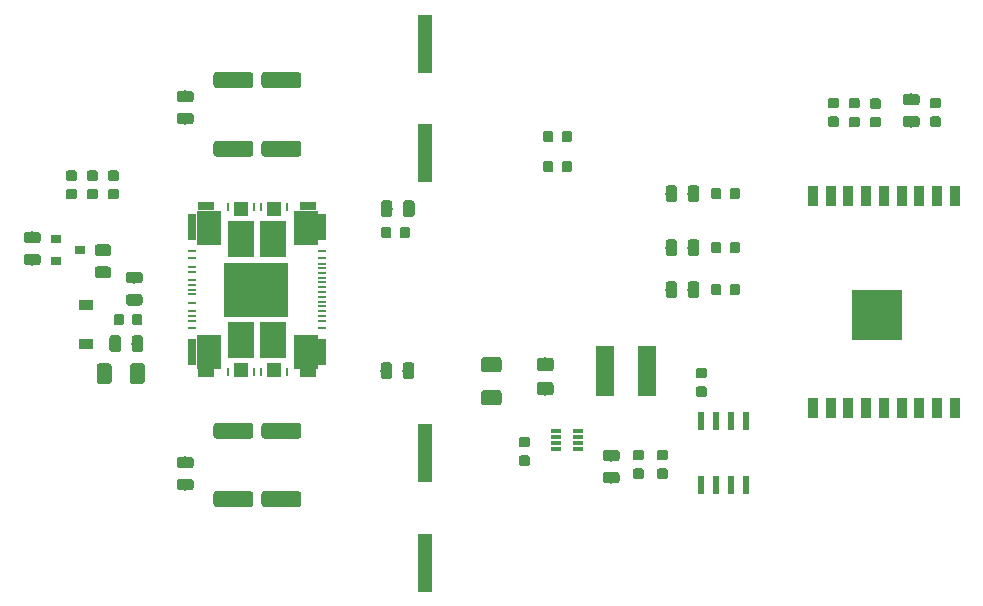
<source format=gbr>
G04 #@! TF.GenerationSoftware,KiCad,Pcbnew,5.0.0-fee4fd1~65~ubuntu16.04.1*
G04 #@! TF.CreationDate,2018-07-29T13:14:09-07:00*
G04 #@! TF.ProjectId,wifistepper,77696669737465707065722E6B696361,rev?*
G04 #@! TF.SameCoordinates,Original*
G04 #@! TF.FileFunction,Paste,Top*
G04 #@! TF.FilePolarity,Positive*
%FSLAX46Y46*%
G04 Gerber Fmt 4.6, Leading zero omitted, Abs format (unit mm)*
G04 Created by KiCad (PCBNEW 5.0.0-fee4fd1~65~ubuntu16.04.1) date Sun Jul 29 13:14:09 2018*
%MOMM*%
%LPD*%
G01*
G04 APERTURE LIST*
%ADD10C,0.100000*%
%ADD11C,0.875000*%
%ADD12C,1.250000*%
%ADD13C,0.975000*%
%ADD14R,1.300000X4.900000*%
%ADD15R,0.900000X0.800000*%
%ADD16R,1.200000X0.900000*%
%ADD17R,1.500000X4.200000*%
%ADD18C,1.350000*%
%ADD19R,0.900000X1.700000*%
%ADD20R,4.300000X4.300000*%
%ADD21R,5.500000X4.680000*%
%ADD22R,2.300000X3.010000*%
%ADD23R,1.160000X1.200000*%
%ADD24R,0.200000X0.800000*%
%ADD25R,0.800000X0.200000*%
%ADD26R,2.140000X2.850000*%
%ADD27R,1.440000X0.720000*%
%ADD28R,0.740000X2.170000*%
%ADD29R,0.850000X0.300000*%
%ADD30R,0.600000X1.550000*%
%ADD31C,1.150000*%
G04 APERTURE END LIST*
D10*
G04 #@! TO.C,R10*
G36*
X103923191Y-87410053D02*
X103944426Y-87413203D01*
X103965250Y-87418419D01*
X103985462Y-87425651D01*
X104004868Y-87434830D01*
X104023281Y-87445866D01*
X104040524Y-87458654D01*
X104056430Y-87473070D01*
X104070846Y-87488976D01*
X104083634Y-87506219D01*
X104094670Y-87524632D01*
X104103849Y-87544038D01*
X104111081Y-87564250D01*
X104116297Y-87585074D01*
X104119447Y-87606309D01*
X104120500Y-87627750D01*
X104120500Y-88140250D01*
X104119447Y-88161691D01*
X104116297Y-88182926D01*
X104111081Y-88203750D01*
X104103849Y-88223962D01*
X104094670Y-88243368D01*
X104083634Y-88261781D01*
X104070846Y-88279024D01*
X104056430Y-88294930D01*
X104040524Y-88309346D01*
X104023281Y-88322134D01*
X104004868Y-88333170D01*
X103985462Y-88342349D01*
X103965250Y-88349581D01*
X103944426Y-88354797D01*
X103923191Y-88357947D01*
X103901750Y-88359000D01*
X103464250Y-88359000D01*
X103442809Y-88357947D01*
X103421574Y-88354797D01*
X103400750Y-88349581D01*
X103380538Y-88342349D01*
X103361132Y-88333170D01*
X103342719Y-88322134D01*
X103325476Y-88309346D01*
X103309570Y-88294930D01*
X103295154Y-88279024D01*
X103282366Y-88261781D01*
X103271330Y-88243368D01*
X103262151Y-88223962D01*
X103254919Y-88203750D01*
X103249703Y-88182926D01*
X103246553Y-88161691D01*
X103245500Y-88140250D01*
X103245500Y-87627750D01*
X103246553Y-87606309D01*
X103249703Y-87585074D01*
X103254919Y-87564250D01*
X103262151Y-87544038D01*
X103271330Y-87524632D01*
X103282366Y-87506219D01*
X103295154Y-87488976D01*
X103309570Y-87473070D01*
X103325476Y-87458654D01*
X103342719Y-87445866D01*
X103361132Y-87434830D01*
X103380538Y-87425651D01*
X103400750Y-87418419D01*
X103421574Y-87413203D01*
X103442809Y-87410053D01*
X103464250Y-87409000D01*
X103901750Y-87409000D01*
X103923191Y-87410053D01*
X103923191Y-87410053D01*
G37*
D11*
X103683000Y-87884000D03*
D10*
G36*
X102348191Y-87410053D02*
X102369426Y-87413203D01*
X102390250Y-87418419D01*
X102410462Y-87425651D01*
X102429868Y-87434830D01*
X102448281Y-87445866D01*
X102465524Y-87458654D01*
X102481430Y-87473070D01*
X102495846Y-87488976D01*
X102508634Y-87506219D01*
X102519670Y-87524632D01*
X102528849Y-87544038D01*
X102536081Y-87564250D01*
X102541297Y-87585074D01*
X102544447Y-87606309D01*
X102545500Y-87627750D01*
X102545500Y-88140250D01*
X102544447Y-88161691D01*
X102541297Y-88182926D01*
X102536081Y-88203750D01*
X102528849Y-88223962D01*
X102519670Y-88243368D01*
X102508634Y-88261781D01*
X102495846Y-88279024D01*
X102481430Y-88294930D01*
X102465524Y-88309346D01*
X102448281Y-88322134D01*
X102429868Y-88333170D01*
X102410462Y-88342349D01*
X102390250Y-88349581D01*
X102369426Y-88354797D01*
X102348191Y-88357947D01*
X102326750Y-88359000D01*
X101889250Y-88359000D01*
X101867809Y-88357947D01*
X101846574Y-88354797D01*
X101825750Y-88349581D01*
X101805538Y-88342349D01*
X101786132Y-88333170D01*
X101767719Y-88322134D01*
X101750476Y-88309346D01*
X101734570Y-88294930D01*
X101720154Y-88279024D01*
X101707366Y-88261781D01*
X101696330Y-88243368D01*
X101687151Y-88223962D01*
X101679919Y-88203750D01*
X101674703Y-88182926D01*
X101671553Y-88161691D01*
X101670500Y-88140250D01*
X101670500Y-87627750D01*
X101671553Y-87606309D01*
X101674703Y-87585074D01*
X101679919Y-87564250D01*
X101687151Y-87544038D01*
X101696330Y-87524632D01*
X101707366Y-87506219D01*
X101720154Y-87488976D01*
X101734570Y-87473070D01*
X101750476Y-87458654D01*
X101767719Y-87445866D01*
X101786132Y-87434830D01*
X101805538Y-87425651D01*
X101825750Y-87418419D01*
X101846574Y-87413203D01*
X101867809Y-87410053D01*
X101889250Y-87409000D01*
X102326750Y-87409000D01*
X102348191Y-87410053D01*
X102348191Y-87410053D01*
G37*
D11*
X102108000Y-87884000D03*
G04 #@! TD*
D10*
G04 #@! TO.C,C1*
G36*
X53485504Y-97678204D02*
X53509773Y-97681804D01*
X53533571Y-97687765D01*
X53556671Y-97696030D01*
X53578849Y-97706520D01*
X53599893Y-97719133D01*
X53619598Y-97733747D01*
X53637777Y-97750223D01*
X53654253Y-97768402D01*
X53668867Y-97788107D01*
X53681480Y-97809151D01*
X53691970Y-97831329D01*
X53700235Y-97854429D01*
X53706196Y-97878227D01*
X53709796Y-97902496D01*
X53711000Y-97927000D01*
X53711000Y-99177000D01*
X53709796Y-99201504D01*
X53706196Y-99225773D01*
X53700235Y-99249571D01*
X53691970Y-99272671D01*
X53681480Y-99294849D01*
X53668867Y-99315893D01*
X53654253Y-99335598D01*
X53637777Y-99353777D01*
X53619598Y-99370253D01*
X53599893Y-99384867D01*
X53578849Y-99397480D01*
X53556671Y-99407970D01*
X53533571Y-99416235D01*
X53509773Y-99422196D01*
X53485504Y-99425796D01*
X53461000Y-99427000D01*
X52711000Y-99427000D01*
X52686496Y-99425796D01*
X52662227Y-99422196D01*
X52638429Y-99416235D01*
X52615329Y-99407970D01*
X52593151Y-99397480D01*
X52572107Y-99384867D01*
X52552402Y-99370253D01*
X52534223Y-99353777D01*
X52517747Y-99335598D01*
X52503133Y-99315893D01*
X52490520Y-99294849D01*
X52480030Y-99272671D01*
X52471765Y-99249571D01*
X52465804Y-99225773D01*
X52462204Y-99201504D01*
X52461000Y-99177000D01*
X52461000Y-97927000D01*
X52462204Y-97902496D01*
X52465804Y-97878227D01*
X52471765Y-97854429D01*
X52480030Y-97831329D01*
X52490520Y-97809151D01*
X52503133Y-97788107D01*
X52517747Y-97768402D01*
X52534223Y-97750223D01*
X52552402Y-97733747D01*
X52572107Y-97719133D01*
X52593151Y-97706520D01*
X52615329Y-97696030D01*
X52638429Y-97687765D01*
X52662227Y-97681804D01*
X52686496Y-97678204D01*
X52711000Y-97677000D01*
X53461000Y-97677000D01*
X53485504Y-97678204D01*
X53485504Y-97678204D01*
G37*
D12*
X53086000Y-98552000D03*
D10*
G36*
X50685504Y-97678204D02*
X50709773Y-97681804D01*
X50733571Y-97687765D01*
X50756671Y-97696030D01*
X50778849Y-97706520D01*
X50799893Y-97719133D01*
X50819598Y-97733747D01*
X50837777Y-97750223D01*
X50854253Y-97768402D01*
X50868867Y-97788107D01*
X50881480Y-97809151D01*
X50891970Y-97831329D01*
X50900235Y-97854429D01*
X50906196Y-97878227D01*
X50909796Y-97902496D01*
X50911000Y-97927000D01*
X50911000Y-99177000D01*
X50909796Y-99201504D01*
X50906196Y-99225773D01*
X50900235Y-99249571D01*
X50891970Y-99272671D01*
X50881480Y-99294849D01*
X50868867Y-99315893D01*
X50854253Y-99335598D01*
X50837777Y-99353777D01*
X50819598Y-99370253D01*
X50799893Y-99384867D01*
X50778849Y-99397480D01*
X50756671Y-99407970D01*
X50733571Y-99416235D01*
X50709773Y-99422196D01*
X50685504Y-99425796D01*
X50661000Y-99427000D01*
X49911000Y-99427000D01*
X49886496Y-99425796D01*
X49862227Y-99422196D01*
X49838429Y-99416235D01*
X49815329Y-99407970D01*
X49793151Y-99397480D01*
X49772107Y-99384867D01*
X49752402Y-99370253D01*
X49734223Y-99353777D01*
X49717747Y-99335598D01*
X49703133Y-99315893D01*
X49690520Y-99294849D01*
X49680030Y-99272671D01*
X49671765Y-99249571D01*
X49665804Y-99225773D01*
X49662204Y-99201504D01*
X49661000Y-99177000D01*
X49661000Y-97927000D01*
X49662204Y-97902496D01*
X49665804Y-97878227D01*
X49671765Y-97854429D01*
X49680030Y-97831329D01*
X49690520Y-97809151D01*
X49703133Y-97788107D01*
X49717747Y-97768402D01*
X49734223Y-97750223D01*
X49752402Y-97733747D01*
X49772107Y-97719133D01*
X49793151Y-97706520D01*
X49815329Y-97696030D01*
X49838429Y-97687765D01*
X49862227Y-97681804D01*
X49886496Y-97678204D01*
X49911000Y-97677000D01*
X50661000Y-97677000D01*
X50685504Y-97678204D01*
X50685504Y-97678204D01*
G37*
D12*
X50286000Y-98552000D03*
G04 #@! TD*
D10*
G04 #@! TO.C,C2*
G36*
X53312142Y-89937674D02*
X53335803Y-89941184D01*
X53359007Y-89946996D01*
X53381529Y-89955054D01*
X53403153Y-89965282D01*
X53423670Y-89977579D01*
X53442883Y-89991829D01*
X53460607Y-90007893D01*
X53476671Y-90025617D01*
X53490921Y-90044830D01*
X53503218Y-90065347D01*
X53513446Y-90086971D01*
X53521504Y-90109493D01*
X53527316Y-90132697D01*
X53530826Y-90156358D01*
X53532000Y-90180250D01*
X53532000Y-90667750D01*
X53530826Y-90691642D01*
X53527316Y-90715303D01*
X53521504Y-90738507D01*
X53513446Y-90761029D01*
X53503218Y-90782653D01*
X53490921Y-90803170D01*
X53476671Y-90822383D01*
X53460607Y-90840107D01*
X53442883Y-90856171D01*
X53423670Y-90870421D01*
X53403153Y-90882718D01*
X53381529Y-90892946D01*
X53359007Y-90901004D01*
X53335803Y-90906816D01*
X53312142Y-90910326D01*
X53288250Y-90911500D01*
X52375750Y-90911500D01*
X52351858Y-90910326D01*
X52328197Y-90906816D01*
X52304993Y-90901004D01*
X52282471Y-90892946D01*
X52260847Y-90882718D01*
X52240330Y-90870421D01*
X52221117Y-90856171D01*
X52203393Y-90840107D01*
X52187329Y-90822383D01*
X52173079Y-90803170D01*
X52160782Y-90782653D01*
X52150554Y-90761029D01*
X52142496Y-90738507D01*
X52136684Y-90715303D01*
X52133174Y-90691642D01*
X52132000Y-90667750D01*
X52132000Y-90180250D01*
X52133174Y-90156358D01*
X52136684Y-90132697D01*
X52142496Y-90109493D01*
X52150554Y-90086971D01*
X52160782Y-90065347D01*
X52173079Y-90044830D01*
X52187329Y-90025617D01*
X52203393Y-90007893D01*
X52221117Y-89991829D01*
X52240330Y-89977579D01*
X52260847Y-89965282D01*
X52282471Y-89955054D01*
X52304993Y-89946996D01*
X52328197Y-89941184D01*
X52351858Y-89937674D01*
X52375750Y-89936500D01*
X53288250Y-89936500D01*
X53312142Y-89937674D01*
X53312142Y-89937674D01*
G37*
D13*
X52832000Y-90424000D03*
D10*
G36*
X53312142Y-91812674D02*
X53335803Y-91816184D01*
X53359007Y-91821996D01*
X53381529Y-91830054D01*
X53403153Y-91840282D01*
X53423670Y-91852579D01*
X53442883Y-91866829D01*
X53460607Y-91882893D01*
X53476671Y-91900617D01*
X53490921Y-91919830D01*
X53503218Y-91940347D01*
X53513446Y-91961971D01*
X53521504Y-91984493D01*
X53527316Y-92007697D01*
X53530826Y-92031358D01*
X53532000Y-92055250D01*
X53532000Y-92542750D01*
X53530826Y-92566642D01*
X53527316Y-92590303D01*
X53521504Y-92613507D01*
X53513446Y-92636029D01*
X53503218Y-92657653D01*
X53490921Y-92678170D01*
X53476671Y-92697383D01*
X53460607Y-92715107D01*
X53442883Y-92731171D01*
X53423670Y-92745421D01*
X53403153Y-92757718D01*
X53381529Y-92767946D01*
X53359007Y-92776004D01*
X53335803Y-92781816D01*
X53312142Y-92785326D01*
X53288250Y-92786500D01*
X52375750Y-92786500D01*
X52351858Y-92785326D01*
X52328197Y-92781816D01*
X52304993Y-92776004D01*
X52282471Y-92767946D01*
X52260847Y-92757718D01*
X52240330Y-92745421D01*
X52221117Y-92731171D01*
X52203393Y-92715107D01*
X52187329Y-92697383D01*
X52173079Y-92678170D01*
X52160782Y-92657653D01*
X52150554Y-92636029D01*
X52142496Y-92613507D01*
X52136684Y-92590303D01*
X52133174Y-92566642D01*
X52132000Y-92542750D01*
X52132000Y-92055250D01*
X52133174Y-92031358D01*
X52136684Y-92007697D01*
X52142496Y-91984493D01*
X52150554Y-91961971D01*
X52160782Y-91940347D01*
X52173079Y-91919830D01*
X52187329Y-91900617D01*
X52203393Y-91882893D01*
X52221117Y-91866829D01*
X52240330Y-91852579D01*
X52260847Y-91840282D01*
X52282471Y-91830054D01*
X52304993Y-91821996D01*
X52328197Y-91816184D01*
X52351858Y-91812674D01*
X52375750Y-91811500D01*
X53288250Y-91811500D01*
X53312142Y-91812674D01*
X53312142Y-91812674D01*
G37*
D13*
X52832000Y-92299000D03*
G04 #@! TD*
D10*
G04 #@! TO.C,C3*
G36*
X44676142Y-88413674D02*
X44699803Y-88417184D01*
X44723007Y-88422996D01*
X44745529Y-88431054D01*
X44767153Y-88441282D01*
X44787670Y-88453579D01*
X44806883Y-88467829D01*
X44824607Y-88483893D01*
X44840671Y-88501617D01*
X44854921Y-88520830D01*
X44867218Y-88541347D01*
X44877446Y-88562971D01*
X44885504Y-88585493D01*
X44891316Y-88608697D01*
X44894826Y-88632358D01*
X44896000Y-88656250D01*
X44896000Y-89143750D01*
X44894826Y-89167642D01*
X44891316Y-89191303D01*
X44885504Y-89214507D01*
X44877446Y-89237029D01*
X44867218Y-89258653D01*
X44854921Y-89279170D01*
X44840671Y-89298383D01*
X44824607Y-89316107D01*
X44806883Y-89332171D01*
X44787670Y-89346421D01*
X44767153Y-89358718D01*
X44745529Y-89368946D01*
X44723007Y-89377004D01*
X44699803Y-89382816D01*
X44676142Y-89386326D01*
X44652250Y-89387500D01*
X43739750Y-89387500D01*
X43715858Y-89386326D01*
X43692197Y-89382816D01*
X43668993Y-89377004D01*
X43646471Y-89368946D01*
X43624847Y-89358718D01*
X43604330Y-89346421D01*
X43585117Y-89332171D01*
X43567393Y-89316107D01*
X43551329Y-89298383D01*
X43537079Y-89279170D01*
X43524782Y-89258653D01*
X43514554Y-89237029D01*
X43506496Y-89214507D01*
X43500684Y-89191303D01*
X43497174Y-89167642D01*
X43496000Y-89143750D01*
X43496000Y-88656250D01*
X43497174Y-88632358D01*
X43500684Y-88608697D01*
X43506496Y-88585493D01*
X43514554Y-88562971D01*
X43524782Y-88541347D01*
X43537079Y-88520830D01*
X43551329Y-88501617D01*
X43567393Y-88483893D01*
X43585117Y-88467829D01*
X43604330Y-88453579D01*
X43624847Y-88441282D01*
X43646471Y-88431054D01*
X43668993Y-88422996D01*
X43692197Y-88417184D01*
X43715858Y-88413674D01*
X43739750Y-88412500D01*
X44652250Y-88412500D01*
X44676142Y-88413674D01*
X44676142Y-88413674D01*
G37*
D13*
X44196000Y-88900000D03*
D10*
G36*
X44676142Y-86538674D02*
X44699803Y-86542184D01*
X44723007Y-86547996D01*
X44745529Y-86556054D01*
X44767153Y-86566282D01*
X44787670Y-86578579D01*
X44806883Y-86592829D01*
X44824607Y-86608893D01*
X44840671Y-86626617D01*
X44854921Y-86645830D01*
X44867218Y-86666347D01*
X44877446Y-86687971D01*
X44885504Y-86710493D01*
X44891316Y-86733697D01*
X44894826Y-86757358D01*
X44896000Y-86781250D01*
X44896000Y-87268750D01*
X44894826Y-87292642D01*
X44891316Y-87316303D01*
X44885504Y-87339507D01*
X44877446Y-87362029D01*
X44867218Y-87383653D01*
X44854921Y-87404170D01*
X44840671Y-87423383D01*
X44824607Y-87441107D01*
X44806883Y-87457171D01*
X44787670Y-87471421D01*
X44767153Y-87483718D01*
X44745529Y-87493946D01*
X44723007Y-87502004D01*
X44699803Y-87507816D01*
X44676142Y-87511326D01*
X44652250Y-87512500D01*
X43739750Y-87512500D01*
X43715858Y-87511326D01*
X43692197Y-87507816D01*
X43668993Y-87502004D01*
X43646471Y-87493946D01*
X43624847Y-87483718D01*
X43604330Y-87471421D01*
X43585117Y-87457171D01*
X43567393Y-87441107D01*
X43551329Y-87423383D01*
X43537079Y-87404170D01*
X43524782Y-87383653D01*
X43514554Y-87362029D01*
X43506496Y-87339507D01*
X43500684Y-87316303D01*
X43497174Y-87292642D01*
X43496000Y-87268750D01*
X43496000Y-86781250D01*
X43497174Y-86757358D01*
X43500684Y-86733697D01*
X43506496Y-86710493D01*
X43514554Y-86687971D01*
X43524782Y-86666347D01*
X43537079Y-86645830D01*
X43551329Y-86626617D01*
X43567393Y-86608893D01*
X43585117Y-86592829D01*
X43604330Y-86578579D01*
X43624847Y-86566282D01*
X43646471Y-86556054D01*
X43668993Y-86547996D01*
X43692197Y-86542184D01*
X43715858Y-86538674D01*
X43739750Y-86537500D01*
X44652250Y-86537500D01*
X44676142Y-86538674D01*
X44676142Y-86538674D01*
G37*
D13*
X44196000Y-87025000D03*
G04 #@! TD*
D10*
G04 #@! TO.C,C4*
G36*
X53353642Y-95313174D02*
X53377303Y-95316684D01*
X53400507Y-95322496D01*
X53423029Y-95330554D01*
X53444653Y-95340782D01*
X53465170Y-95353079D01*
X53484383Y-95367329D01*
X53502107Y-95383393D01*
X53518171Y-95401117D01*
X53532421Y-95420330D01*
X53544718Y-95440847D01*
X53554946Y-95462471D01*
X53563004Y-95484993D01*
X53568816Y-95508197D01*
X53572326Y-95531858D01*
X53573500Y-95555750D01*
X53573500Y-96468250D01*
X53572326Y-96492142D01*
X53568816Y-96515803D01*
X53563004Y-96539007D01*
X53554946Y-96561529D01*
X53544718Y-96583153D01*
X53532421Y-96603670D01*
X53518171Y-96622883D01*
X53502107Y-96640607D01*
X53484383Y-96656671D01*
X53465170Y-96670921D01*
X53444653Y-96683218D01*
X53423029Y-96693446D01*
X53400507Y-96701504D01*
X53377303Y-96707316D01*
X53353642Y-96710826D01*
X53329750Y-96712000D01*
X52842250Y-96712000D01*
X52818358Y-96710826D01*
X52794697Y-96707316D01*
X52771493Y-96701504D01*
X52748971Y-96693446D01*
X52727347Y-96683218D01*
X52706830Y-96670921D01*
X52687617Y-96656671D01*
X52669893Y-96640607D01*
X52653829Y-96622883D01*
X52639579Y-96603670D01*
X52627282Y-96583153D01*
X52617054Y-96561529D01*
X52608996Y-96539007D01*
X52603184Y-96515803D01*
X52599674Y-96492142D01*
X52598500Y-96468250D01*
X52598500Y-95555750D01*
X52599674Y-95531858D01*
X52603184Y-95508197D01*
X52608996Y-95484993D01*
X52617054Y-95462471D01*
X52627282Y-95440847D01*
X52639579Y-95420330D01*
X52653829Y-95401117D01*
X52669893Y-95383393D01*
X52687617Y-95367329D01*
X52706830Y-95353079D01*
X52727347Y-95340782D01*
X52748971Y-95330554D01*
X52771493Y-95322496D01*
X52794697Y-95316684D01*
X52818358Y-95313174D01*
X52842250Y-95312000D01*
X53329750Y-95312000D01*
X53353642Y-95313174D01*
X53353642Y-95313174D01*
G37*
D13*
X53086000Y-96012000D03*
D10*
G36*
X51478642Y-95313174D02*
X51502303Y-95316684D01*
X51525507Y-95322496D01*
X51548029Y-95330554D01*
X51569653Y-95340782D01*
X51590170Y-95353079D01*
X51609383Y-95367329D01*
X51627107Y-95383393D01*
X51643171Y-95401117D01*
X51657421Y-95420330D01*
X51669718Y-95440847D01*
X51679946Y-95462471D01*
X51688004Y-95484993D01*
X51693816Y-95508197D01*
X51697326Y-95531858D01*
X51698500Y-95555750D01*
X51698500Y-96468250D01*
X51697326Y-96492142D01*
X51693816Y-96515803D01*
X51688004Y-96539007D01*
X51679946Y-96561529D01*
X51669718Y-96583153D01*
X51657421Y-96603670D01*
X51643171Y-96622883D01*
X51627107Y-96640607D01*
X51609383Y-96656671D01*
X51590170Y-96670921D01*
X51569653Y-96683218D01*
X51548029Y-96693446D01*
X51525507Y-96701504D01*
X51502303Y-96707316D01*
X51478642Y-96710826D01*
X51454750Y-96712000D01*
X50967250Y-96712000D01*
X50943358Y-96710826D01*
X50919697Y-96707316D01*
X50896493Y-96701504D01*
X50873971Y-96693446D01*
X50852347Y-96683218D01*
X50831830Y-96670921D01*
X50812617Y-96656671D01*
X50794893Y-96640607D01*
X50778829Y-96622883D01*
X50764579Y-96603670D01*
X50752282Y-96583153D01*
X50742054Y-96561529D01*
X50733996Y-96539007D01*
X50728184Y-96515803D01*
X50724674Y-96492142D01*
X50723500Y-96468250D01*
X50723500Y-95555750D01*
X50724674Y-95531858D01*
X50728184Y-95508197D01*
X50733996Y-95484993D01*
X50742054Y-95462471D01*
X50752282Y-95440847D01*
X50764579Y-95420330D01*
X50778829Y-95401117D01*
X50794893Y-95383393D01*
X50812617Y-95367329D01*
X50831830Y-95353079D01*
X50852347Y-95340782D01*
X50873971Y-95330554D01*
X50896493Y-95322496D01*
X50919697Y-95316684D01*
X50943358Y-95313174D01*
X50967250Y-95312000D01*
X51454750Y-95312000D01*
X51478642Y-95313174D01*
X51478642Y-95313174D01*
G37*
D13*
X51211000Y-96012000D03*
G04 #@! TD*
D10*
G04 #@! TO.C,C5*
G36*
X47775691Y-81351553D02*
X47796926Y-81354703D01*
X47817750Y-81359919D01*
X47837962Y-81367151D01*
X47857368Y-81376330D01*
X47875781Y-81387366D01*
X47893024Y-81400154D01*
X47908930Y-81414570D01*
X47923346Y-81430476D01*
X47936134Y-81447719D01*
X47947170Y-81466132D01*
X47956349Y-81485538D01*
X47963581Y-81505750D01*
X47968797Y-81526574D01*
X47971947Y-81547809D01*
X47973000Y-81569250D01*
X47973000Y-82006750D01*
X47971947Y-82028191D01*
X47968797Y-82049426D01*
X47963581Y-82070250D01*
X47956349Y-82090462D01*
X47947170Y-82109868D01*
X47936134Y-82128281D01*
X47923346Y-82145524D01*
X47908930Y-82161430D01*
X47893024Y-82175846D01*
X47875781Y-82188634D01*
X47857368Y-82199670D01*
X47837962Y-82208849D01*
X47817750Y-82216081D01*
X47796926Y-82221297D01*
X47775691Y-82224447D01*
X47754250Y-82225500D01*
X47241750Y-82225500D01*
X47220309Y-82224447D01*
X47199074Y-82221297D01*
X47178250Y-82216081D01*
X47158038Y-82208849D01*
X47138632Y-82199670D01*
X47120219Y-82188634D01*
X47102976Y-82175846D01*
X47087070Y-82161430D01*
X47072654Y-82145524D01*
X47059866Y-82128281D01*
X47048830Y-82109868D01*
X47039651Y-82090462D01*
X47032419Y-82070250D01*
X47027203Y-82049426D01*
X47024053Y-82028191D01*
X47023000Y-82006750D01*
X47023000Y-81569250D01*
X47024053Y-81547809D01*
X47027203Y-81526574D01*
X47032419Y-81505750D01*
X47039651Y-81485538D01*
X47048830Y-81466132D01*
X47059866Y-81447719D01*
X47072654Y-81430476D01*
X47087070Y-81414570D01*
X47102976Y-81400154D01*
X47120219Y-81387366D01*
X47138632Y-81376330D01*
X47158038Y-81367151D01*
X47178250Y-81359919D01*
X47199074Y-81354703D01*
X47220309Y-81351553D01*
X47241750Y-81350500D01*
X47754250Y-81350500D01*
X47775691Y-81351553D01*
X47775691Y-81351553D01*
G37*
D11*
X47498000Y-81788000D03*
D10*
G36*
X47775691Y-82926553D02*
X47796926Y-82929703D01*
X47817750Y-82934919D01*
X47837962Y-82942151D01*
X47857368Y-82951330D01*
X47875781Y-82962366D01*
X47893024Y-82975154D01*
X47908930Y-82989570D01*
X47923346Y-83005476D01*
X47936134Y-83022719D01*
X47947170Y-83041132D01*
X47956349Y-83060538D01*
X47963581Y-83080750D01*
X47968797Y-83101574D01*
X47971947Y-83122809D01*
X47973000Y-83144250D01*
X47973000Y-83581750D01*
X47971947Y-83603191D01*
X47968797Y-83624426D01*
X47963581Y-83645250D01*
X47956349Y-83665462D01*
X47947170Y-83684868D01*
X47936134Y-83703281D01*
X47923346Y-83720524D01*
X47908930Y-83736430D01*
X47893024Y-83750846D01*
X47875781Y-83763634D01*
X47857368Y-83774670D01*
X47837962Y-83783849D01*
X47817750Y-83791081D01*
X47796926Y-83796297D01*
X47775691Y-83799447D01*
X47754250Y-83800500D01*
X47241750Y-83800500D01*
X47220309Y-83799447D01*
X47199074Y-83796297D01*
X47178250Y-83791081D01*
X47158038Y-83783849D01*
X47138632Y-83774670D01*
X47120219Y-83763634D01*
X47102976Y-83750846D01*
X47087070Y-83736430D01*
X47072654Y-83720524D01*
X47059866Y-83703281D01*
X47048830Y-83684868D01*
X47039651Y-83665462D01*
X47032419Y-83645250D01*
X47027203Y-83624426D01*
X47024053Y-83603191D01*
X47023000Y-83581750D01*
X47023000Y-83144250D01*
X47024053Y-83122809D01*
X47027203Y-83101574D01*
X47032419Y-83080750D01*
X47039651Y-83060538D01*
X47048830Y-83041132D01*
X47059866Y-83022719D01*
X47072654Y-83005476D01*
X47087070Y-82989570D01*
X47102976Y-82975154D01*
X47120219Y-82962366D01*
X47138632Y-82951330D01*
X47158038Y-82942151D01*
X47178250Y-82934919D01*
X47199074Y-82929703D01*
X47220309Y-82926553D01*
X47241750Y-82925500D01*
X47754250Y-82925500D01*
X47775691Y-82926553D01*
X47775691Y-82926553D01*
G37*
D11*
X47498000Y-83363000D03*
G04 #@! TD*
D10*
G04 #@! TO.C,C6*
G36*
X74435642Y-97599174D02*
X74459303Y-97602684D01*
X74482507Y-97608496D01*
X74505029Y-97616554D01*
X74526653Y-97626782D01*
X74547170Y-97639079D01*
X74566383Y-97653329D01*
X74584107Y-97669393D01*
X74600171Y-97687117D01*
X74614421Y-97706330D01*
X74626718Y-97726847D01*
X74636946Y-97748471D01*
X74645004Y-97770993D01*
X74650816Y-97794197D01*
X74654326Y-97817858D01*
X74655500Y-97841750D01*
X74655500Y-98754250D01*
X74654326Y-98778142D01*
X74650816Y-98801803D01*
X74645004Y-98825007D01*
X74636946Y-98847529D01*
X74626718Y-98869153D01*
X74614421Y-98889670D01*
X74600171Y-98908883D01*
X74584107Y-98926607D01*
X74566383Y-98942671D01*
X74547170Y-98956921D01*
X74526653Y-98969218D01*
X74505029Y-98979446D01*
X74482507Y-98987504D01*
X74459303Y-98993316D01*
X74435642Y-98996826D01*
X74411750Y-98998000D01*
X73924250Y-98998000D01*
X73900358Y-98996826D01*
X73876697Y-98993316D01*
X73853493Y-98987504D01*
X73830971Y-98979446D01*
X73809347Y-98969218D01*
X73788830Y-98956921D01*
X73769617Y-98942671D01*
X73751893Y-98926607D01*
X73735829Y-98908883D01*
X73721579Y-98889670D01*
X73709282Y-98869153D01*
X73699054Y-98847529D01*
X73690996Y-98825007D01*
X73685184Y-98801803D01*
X73681674Y-98778142D01*
X73680500Y-98754250D01*
X73680500Y-97841750D01*
X73681674Y-97817858D01*
X73685184Y-97794197D01*
X73690996Y-97770993D01*
X73699054Y-97748471D01*
X73709282Y-97726847D01*
X73721579Y-97706330D01*
X73735829Y-97687117D01*
X73751893Y-97669393D01*
X73769617Y-97653329D01*
X73788830Y-97639079D01*
X73809347Y-97626782D01*
X73830971Y-97616554D01*
X73853493Y-97608496D01*
X73876697Y-97602684D01*
X73900358Y-97599174D01*
X73924250Y-97598000D01*
X74411750Y-97598000D01*
X74435642Y-97599174D01*
X74435642Y-97599174D01*
G37*
D13*
X74168000Y-98298000D03*
D10*
G36*
X76310642Y-97599174D02*
X76334303Y-97602684D01*
X76357507Y-97608496D01*
X76380029Y-97616554D01*
X76401653Y-97626782D01*
X76422170Y-97639079D01*
X76441383Y-97653329D01*
X76459107Y-97669393D01*
X76475171Y-97687117D01*
X76489421Y-97706330D01*
X76501718Y-97726847D01*
X76511946Y-97748471D01*
X76520004Y-97770993D01*
X76525816Y-97794197D01*
X76529326Y-97817858D01*
X76530500Y-97841750D01*
X76530500Y-98754250D01*
X76529326Y-98778142D01*
X76525816Y-98801803D01*
X76520004Y-98825007D01*
X76511946Y-98847529D01*
X76501718Y-98869153D01*
X76489421Y-98889670D01*
X76475171Y-98908883D01*
X76459107Y-98926607D01*
X76441383Y-98942671D01*
X76422170Y-98956921D01*
X76401653Y-98969218D01*
X76380029Y-98979446D01*
X76357507Y-98987504D01*
X76334303Y-98993316D01*
X76310642Y-98996826D01*
X76286750Y-98998000D01*
X75799250Y-98998000D01*
X75775358Y-98996826D01*
X75751697Y-98993316D01*
X75728493Y-98987504D01*
X75705971Y-98979446D01*
X75684347Y-98969218D01*
X75663830Y-98956921D01*
X75644617Y-98942671D01*
X75626893Y-98926607D01*
X75610829Y-98908883D01*
X75596579Y-98889670D01*
X75584282Y-98869153D01*
X75574054Y-98847529D01*
X75565996Y-98825007D01*
X75560184Y-98801803D01*
X75556674Y-98778142D01*
X75555500Y-98754250D01*
X75555500Y-97841750D01*
X75556674Y-97817858D01*
X75560184Y-97794197D01*
X75565996Y-97770993D01*
X75574054Y-97748471D01*
X75584282Y-97726847D01*
X75596579Y-97706330D01*
X75610829Y-97687117D01*
X75626893Y-97669393D01*
X75644617Y-97653329D01*
X75663830Y-97639079D01*
X75684347Y-97626782D01*
X75705971Y-97616554D01*
X75728493Y-97608496D01*
X75751697Y-97602684D01*
X75775358Y-97599174D01*
X75799250Y-97598000D01*
X76286750Y-97598000D01*
X76310642Y-97599174D01*
X76310642Y-97599174D01*
G37*
D13*
X76043000Y-98298000D03*
G04 #@! TD*
D10*
G04 #@! TO.C,C7*
G36*
X76340642Y-83883174D02*
X76364303Y-83886684D01*
X76387507Y-83892496D01*
X76410029Y-83900554D01*
X76431653Y-83910782D01*
X76452170Y-83923079D01*
X76471383Y-83937329D01*
X76489107Y-83953393D01*
X76505171Y-83971117D01*
X76519421Y-83990330D01*
X76531718Y-84010847D01*
X76541946Y-84032471D01*
X76550004Y-84054993D01*
X76555816Y-84078197D01*
X76559326Y-84101858D01*
X76560500Y-84125750D01*
X76560500Y-85038250D01*
X76559326Y-85062142D01*
X76555816Y-85085803D01*
X76550004Y-85109007D01*
X76541946Y-85131529D01*
X76531718Y-85153153D01*
X76519421Y-85173670D01*
X76505171Y-85192883D01*
X76489107Y-85210607D01*
X76471383Y-85226671D01*
X76452170Y-85240921D01*
X76431653Y-85253218D01*
X76410029Y-85263446D01*
X76387507Y-85271504D01*
X76364303Y-85277316D01*
X76340642Y-85280826D01*
X76316750Y-85282000D01*
X75829250Y-85282000D01*
X75805358Y-85280826D01*
X75781697Y-85277316D01*
X75758493Y-85271504D01*
X75735971Y-85263446D01*
X75714347Y-85253218D01*
X75693830Y-85240921D01*
X75674617Y-85226671D01*
X75656893Y-85210607D01*
X75640829Y-85192883D01*
X75626579Y-85173670D01*
X75614282Y-85153153D01*
X75604054Y-85131529D01*
X75595996Y-85109007D01*
X75590184Y-85085803D01*
X75586674Y-85062142D01*
X75585500Y-85038250D01*
X75585500Y-84125750D01*
X75586674Y-84101858D01*
X75590184Y-84078197D01*
X75595996Y-84054993D01*
X75604054Y-84032471D01*
X75614282Y-84010847D01*
X75626579Y-83990330D01*
X75640829Y-83971117D01*
X75656893Y-83953393D01*
X75674617Y-83937329D01*
X75693830Y-83923079D01*
X75714347Y-83910782D01*
X75735971Y-83900554D01*
X75758493Y-83892496D01*
X75781697Y-83886684D01*
X75805358Y-83883174D01*
X75829250Y-83882000D01*
X76316750Y-83882000D01*
X76340642Y-83883174D01*
X76340642Y-83883174D01*
G37*
D13*
X76073000Y-84582000D03*
D10*
G36*
X74465642Y-83883174D02*
X74489303Y-83886684D01*
X74512507Y-83892496D01*
X74535029Y-83900554D01*
X74556653Y-83910782D01*
X74577170Y-83923079D01*
X74596383Y-83937329D01*
X74614107Y-83953393D01*
X74630171Y-83971117D01*
X74644421Y-83990330D01*
X74656718Y-84010847D01*
X74666946Y-84032471D01*
X74675004Y-84054993D01*
X74680816Y-84078197D01*
X74684326Y-84101858D01*
X74685500Y-84125750D01*
X74685500Y-85038250D01*
X74684326Y-85062142D01*
X74680816Y-85085803D01*
X74675004Y-85109007D01*
X74666946Y-85131529D01*
X74656718Y-85153153D01*
X74644421Y-85173670D01*
X74630171Y-85192883D01*
X74614107Y-85210607D01*
X74596383Y-85226671D01*
X74577170Y-85240921D01*
X74556653Y-85253218D01*
X74535029Y-85263446D01*
X74512507Y-85271504D01*
X74489303Y-85277316D01*
X74465642Y-85280826D01*
X74441750Y-85282000D01*
X73954250Y-85282000D01*
X73930358Y-85280826D01*
X73906697Y-85277316D01*
X73883493Y-85271504D01*
X73860971Y-85263446D01*
X73839347Y-85253218D01*
X73818830Y-85240921D01*
X73799617Y-85226671D01*
X73781893Y-85210607D01*
X73765829Y-85192883D01*
X73751579Y-85173670D01*
X73739282Y-85153153D01*
X73729054Y-85131529D01*
X73720996Y-85109007D01*
X73715184Y-85085803D01*
X73711674Y-85062142D01*
X73710500Y-85038250D01*
X73710500Y-84125750D01*
X73711674Y-84101858D01*
X73715184Y-84078197D01*
X73720996Y-84054993D01*
X73729054Y-84032471D01*
X73739282Y-84010847D01*
X73751579Y-83990330D01*
X73765829Y-83971117D01*
X73781893Y-83953393D01*
X73799617Y-83937329D01*
X73818830Y-83923079D01*
X73839347Y-83910782D01*
X73860971Y-83900554D01*
X73883493Y-83892496D01*
X73906697Y-83886684D01*
X73930358Y-83883174D01*
X73954250Y-83882000D01*
X74441750Y-83882000D01*
X74465642Y-83883174D01*
X74465642Y-83883174D01*
G37*
D13*
X74198000Y-84582000D03*
G04 #@! TD*
D10*
G04 #@! TO.C,C8*
G36*
X57630142Y-76475674D02*
X57653803Y-76479184D01*
X57677007Y-76484996D01*
X57699529Y-76493054D01*
X57721153Y-76503282D01*
X57741670Y-76515579D01*
X57760883Y-76529829D01*
X57778607Y-76545893D01*
X57794671Y-76563617D01*
X57808921Y-76582830D01*
X57821218Y-76603347D01*
X57831446Y-76624971D01*
X57839504Y-76647493D01*
X57845316Y-76670697D01*
X57848826Y-76694358D01*
X57850000Y-76718250D01*
X57850000Y-77205750D01*
X57848826Y-77229642D01*
X57845316Y-77253303D01*
X57839504Y-77276507D01*
X57831446Y-77299029D01*
X57821218Y-77320653D01*
X57808921Y-77341170D01*
X57794671Y-77360383D01*
X57778607Y-77378107D01*
X57760883Y-77394171D01*
X57741670Y-77408421D01*
X57721153Y-77420718D01*
X57699529Y-77430946D01*
X57677007Y-77439004D01*
X57653803Y-77444816D01*
X57630142Y-77448326D01*
X57606250Y-77449500D01*
X56693750Y-77449500D01*
X56669858Y-77448326D01*
X56646197Y-77444816D01*
X56622993Y-77439004D01*
X56600471Y-77430946D01*
X56578847Y-77420718D01*
X56558330Y-77408421D01*
X56539117Y-77394171D01*
X56521393Y-77378107D01*
X56505329Y-77360383D01*
X56491079Y-77341170D01*
X56478782Y-77320653D01*
X56468554Y-77299029D01*
X56460496Y-77276507D01*
X56454684Y-77253303D01*
X56451174Y-77229642D01*
X56450000Y-77205750D01*
X56450000Y-76718250D01*
X56451174Y-76694358D01*
X56454684Y-76670697D01*
X56460496Y-76647493D01*
X56468554Y-76624971D01*
X56478782Y-76603347D01*
X56491079Y-76582830D01*
X56505329Y-76563617D01*
X56521393Y-76545893D01*
X56539117Y-76529829D01*
X56558330Y-76515579D01*
X56578847Y-76503282D01*
X56600471Y-76493054D01*
X56622993Y-76484996D01*
X56646197Y-76479184D01*
X56669858Y-76475674D01*
X56693750Y-76474500D01*
X57606250Y-76474500D01*
X57630142Y-76475674D01*
X57630142Y-76475674D01*
G37*
D13*
X57150000Y-76962000D03*
D10*
G36*
X57630142Y-74600674D02*
X57653803Y-74604184D01*
X57677007Y-74609996D01*
X57699529Y-74618054D01*
X57721153Y-74628282D01*
X57741670Y-74640579D01*
X57760883Y-74654829D01*
X57778607Y-74670893D01*
X57794671Y-74688617D01*
X57808921Y-74707830D01*
X57821218Y-74728347D01*
X57831446Y-74749971D01*
X57839504Y-74772493D01*
X57845316Y-74795697D01*
X57848826Y-74819358D01*
X57850000Y-74843250D01*
X57850000Y-75330750D01*
X57848826Y-75354642D01*
X57845316Y-75378303D01*
X57839504Y-75401507D01*
X57831446Y-75424029D01*
X57821218Y-75445653D01*
X57808921Y-75466170D01*
X57794671Y-75485383D01*
X57778607Y-75503107D01*
X57760883Y-75519171D01*
X57741670Y-75533421D01*
X57721153Y-75545718D01*
X57699529Y-75555946D01*
X57677007Y-75564004D01*
X57653803Y-75569816D01*
X57630142Y-75573326D01*
X57606250Y-75574500D01*
X56693750Y-75574500D01*
X56669858Y-75573326D01*
X56646197Y-75569816D01*
X56622993Y-75564004D01*
X56600471Y-75555946D01*
X56578847Y-75545718D01*
X56558330Y-75533421D01*
X56539117Y-75519171D01*
X56521393Y-75503107D01*
X56505329Y-75485383D01*
X56491079Y-75466170D01*
X56478782Y-75445653D01*
X56468554Y-75424029D01*
X56460496Y-75401507D01*
X56454684Y-75378303D01*
X56451174Y-75354642D01*
X56450000Y-75330750D01*
X56450000Y-74843250D01*
X56451174Y-74819358D01*
X56454684Y-74795697D01*
X56460496Y-74772493D01*
X56468554Y-74749971D01*
X56478782Y-74728347D01*
X56491079Y-74707830D01*
X56505329Y-74688617D01*
X56521393Y-74670893D01*
X56539117Y-74654829D01*
X56558330Y-74640579D01*
X56578847Y-74628282D01*
X56600471Y-74618054D01*
X56622993Y-74609996D01*
X56646197Y-74604184D01*
X56669858Y-74600674D01*
X56693750Y-74599500D01*
X57606250Y-74599500D01*
X57630142Y-74600674D01*
X57630142Y-74600674D01*
G37*
D13*
X57150000Y-75087000D03*
G04 #@! TD*
D10*
G04 #@! TO.C,C9*
G36*
X57630142Y-107463674D02*
X57653803Y-107467184D01*
X57677007Y-107472996D01*
X57699529Y-107481054D01*
X57721153Y-107491282D01*
X57741670Y-107503579D01*
X57760883Y-107517829D01*
X57778607Y-107533893D01*
X57794671Y-107551617D01*
X57808921Y-107570830D01*
X57821218Y-107591347D01*
X57831446Y-107612971D01*
X57839504Y-107635493D01*
X57845316Y-107658697D01*
X57848826Y-107682358D01*
X57850000Y-107706250D01*
X57850000Y-108193750D01*
X57848826Y-108217642D01*
X57845316Y-108241303D01*
X57839504Y-108264507D01*
X57831446Y-108287029D01*
X57821218Y-108308653D01*
X57808921Y-108329170D01*
X57794671Y-108348383D01*
X57778607Y-108366107D01*
X57760883Y-108382171D01*
X57741670Y-108396421D01*
X57721153Y-108408718D01*
X57699529Y-108418946D01*
X57677007Y-108427004D01*
X57653803Y-108432816D01*
X57630142Y-108436326D01*
X57606250Y-108437500D01*
X56693750Y-108437500D01*
X56669858Y-108436326D01*
X56646197Y-108432816D01*
X56622993Y-108427004D01*
X56600471Y-108418946D01*
X56578847Y-108408718D01*
X56558330Y-108396421D01*
X56539117Y-108382171D01*
X56521393Y-108366107D01*
X56505329Y-108348383D01*
X56491079Y-108329170D01*
X56478782Y-108308653D01*
X56468554Y-108287029D01*
X56460496Y-108264507D01*
X56454684Y-108241303D01*
X56451174Y-108217642D01*
X56450000Y-108193750D01*
X56450000Y-107706250D01*
X56451174Y-107682358D01*
X56454684Y-107658697D01*
X56460496Y-107635493D01*
X56468554Y-107612971D01*
X56478782Y-107591347D01*
X56491079Y-107570830D01*
X56505329Y-107551617D01*
X56521393Y-107533893D01*
X56539117Y-107517829D01*
X56558330Y-107503579D01*
X56578847Y-107491282D01*
X56600471Y-107481054D01*
X56622993Y-107472996D01*
X56646197Y-107467184D01*
X56669858Y-107463674D01*
X56693750Y-107462500D01*
X57606250Y-107462500D01*
X57630142Y-107463674D01*
X57630142Y-107463674D01*
G37*
D13*
X57150000Y-107950000D03*
D10*
G36*
X57630142Y-105588674D02*
X57653803Y-105592184D01*
X57677007Y-105597996D01*
X57699529Y-105606054D01*
X57721153Y-105616282D01*
X57741670Y-105628579D01*
X57760883Y-105642829D01*
X57778607Y-105658893D01*
X57794671Y-105676617D01*
X57808921Y-105695830D01*
X57821218Y-105716347D01*
X57831446Y-105737971D01*
X57839504Y-105760493D01*
X57845316Y-105783697D01*
X57848826Y-105807358D01*
X57850000Y-105831250D01*
X57850000Y-106318750D01*
X57848826Y-106342642D01*
X57845316Y-106366303D01*
X57839504Y-106389507D01*
X57831446Y-106412029D01*
X57821218Y-106433653D01*
X57808921Y-106454170D01*
X57794671Y-106473383D01*
X57778607Y-106491107D01*
X57760883Y-106507171D01*
X57741670Y-106521421D01*
X57721153Y-106533718D01*
X57699529Y-106543946D01*
X57677007Y-106552004D01*
X57653803Y-106557816D01*
X57630142Y-106561326D01*
X57606250Y-106562500D01*
X56693750Y-106562500D01*
X56669858Y-106561326D01*
X56646197Y-106557816D01*
X56622993Y-106552004D01*
X56600471Y-106543946D01*
X56578847Y-106533718D01*
X56558330Y-106521421D01*
X56539117Y-106507171D01*
X56521393Y-106491107D01*
X56505329Y-106473383D01*
X56491079Y-106454170D01*
X56478782Y-106433653D01*
X56468554Y-106412029D01*
X56460496Y-106389507D01*
X56454684Y-106366303D01*
X56451174Y-106342642D01*
X56450000Y-106318750D01*
X56450000Y-105831250D01*
X56451174Y-105807358D01*
X56454684Y-105783697D01*
X56460496Y-105760493D01*
X56468554Y-105737971D01*
X56478782Y-105716347D01*
X56491079Y-105695830D01*
X56505329Y-105676617D01*
X56521393Y-105658893D01*
X56539117Y-105642829D01*
X56558330Y-105628579D01*
X56578847Y-105616282D01*
X56600471Y-105606054D01*
X56622993Y-105597996D01*
X56646197Y-105592184D01*
X56669858Y-105588674D01*
X56693750Y-105587500D01*
X57606250Y-105587500D01*
X57630142Y-105588674D01*
X57630142Y-105588674D01*
G37*
D13*
X57150000Y-106075000D03*
G04 #@! TD*
D14*
G04 #@! TO.C,C10*
X77470000Y-105254000D03*
X77470000Y-114554000D03*
G04 #@! TD*
G04 #@! TO.C,C11*
X77470000Y-70612000D03*
X77470000Y-79912000D03*
G04 #@! TD*
D10*
G04 #@! TO.C,C12*
G36*
X53326191Y-93506053D02*
X53347426Y-93509203D01*
X53368250Y-93514419D01*
X53388462Y-93521651D01*
X53407868Y-93530830D01*
X53426281Y-93541866D01*
X53443524Y-93554654D01*
X53459430Y-93569070D01*
X53473846Y-93584976D01*
X53486634Y-93602219D01*
X53497670Y-93620632D01*
X53506849Y-93640038D01*
X53514081Y-93660250D01*
X53519297Y-93681074D01*
X53522447Y-93702309D01*
X53523500Y-93723750D01*
X53523500Y-94236250D01*
X53522447Y-94257691D01*
X53519297Y-94278926D01*
X53514081Y-94299750D01*
X53506849Y-94319962D01*
X53497670Y-94339368D01*
X53486634Y-94357781D01*
X53473846Y-94375024D01*
X53459430Y-94390930D01*
X53443524Y-94405346D01*
X53426281Y-94418134D01*
X53407868Y-94429170D01*
X53388462Y-94438349D01*
X53368250Y-94445581D01*
X53347426Y-94450797D01*
X53326191Y-94453947D01*
X53304750Y-94455000D01*
X52867250Y-94455000D01*
X52845809Y-94453947D01*
X52824574Y-94450797D01*
X52803750Y-94445581D01*
X52783538Y-94438349D01*
X52764132Y-94429170D01*
X52745719Y-94418134D01*
X52728476Y-94405346D01*
X52712570Y-94390930D01*
X52698154Y-94375024D01*
X52685366Y-94357781D01*
X52674330Y-94339368D01*
X52665151Y-94319962D01*
X52657919Y-94299750D01*
X52652703Y-94278926D01*
X52649553Y-94257691D01*
X52648500Y-94236250D01*
X52648500Y-93723750D01*
X52649553Y-93702309D01*
X52652703Y-93681074D01*
X52657919Y-93660250D01*
X52665151Y-93640038D01*
X52674330Y-93620632D01*
X52685366Y-93602219D01*
X52698154Y-93584976D01*
X52712570Y-93569070D01*
X52728476Y-93554654D01*
X52745719Y-93541866D01*
X52764132Y-93530830D01*
X52783538Y-93521651D01*
X52803750Y-93514419D01*
X52824574Y-93509203D01*
X52845809Y-93506053D01*
X52867250Y-93505000D01*
X53304750Y-93505000D01*
X53326191Y-93506053D01*
X53326191Y-93506053D01*
G37*
D11*
X53086000Y-93980000D03*
D10*
G36*
X51751191Y-93506053D02*
X51772426Y-93509203D01*
X51793250Y-93514419D01*
X51813462Y-93521651D01*
X51832868Y-93530830D01*
X51851281Y-93541866D01*
X51868524Y-93554654D01*
X51884430Y-93569070D01*
X51898846Y-93584976D01*
X51911634Y-93602219D01*
X51922670Y-93620632D01*
X51931849Y-93640038D01*
X51939081Y-93660250D01*
X51944297Y-93681074D01*
X51947447Y-93702309D01*
X51948500Y-93723750D01*
X51948500Y-94236250D01*
X51947447Y-94257691D01*
X51944297Y-94278926D01*
X51939081Y-94299750D01*
X51931849Y-94319962D01*
X51922670Y-94339368D01*
X51911634Y-94357781D01*
X51898846Y-94375024D01*
X51884430Y-94390930D01*
X51868524Y-94405346D01*
X51851281Y-94418134D01*
X51832868Y-94429170D01*
X51813462Y-94438349D01*
X51793250Y-94445581D01*
X51772426Y-94450797D01*
X51751191Y-94453947D01*
X51729750Y-94455000D01*
X51292250Y-94455000D01*
X51270809Y-94453947D01*
X51249574Y-94450797D01*
X51228750Y-94445581D01*
X51208538Y-94438349D01*
X51189132Y-94429170D01*
X51170719Y-94418134D01*
X51153476Y-94405346D01*
X51137570Y-94390930D01*
X51123154Y-94375024D01*
X51110366Y-94357781D01*
X51099330Y-94339368D01*
X51090151Y-94319962D01*
X51082919Y-94299750D01*
X51077703Y-94278926D01*
X51074553Y-94257691D01*
X51073500Y-94236250D01*
X51073500Y-93723750D01*
X51074553Y-93702309D01*
X51077703Y-93681074D01*
X51082919Y-93660250D01*
X51090151Y-93640038D01*
X51099330Y-93620632D01*
X51110366Y-93602219D01*
X51123154Y-93584976D01*
X51137570Y-93569070D01*
X51153476Y-93554654D01*
X51170719Y-93541866D01*
X51189132Y-93530830D01*
X51208538Y-93521651D01*
X51228750Y-93514419D01*
X51249574Y-93509203D01*
X51270809Y-93506053D01*
X51292250Y-93505000D01*
X51729750Y-93505000D01*
X51751191Y-93506053D01*
X51751191Y-93506053D01*
G37*
D11*
X51511000Y-93980000D03*
G04 #@! TD*
D10*
G04 #@! TO.C,C13*
G36*
X50645142Y-87605474D02*
X50668803Y-87608984D01*
X50692007Y-87614796D01*
X50714529Y-87622854D01*
X50736153Y-87633082D01*
X50756670Y-87645379D01*
X50775883Y-87659629D01*
X50793607Y-87675693D01*
X50809671Y-87693417D01*
X50823921Y-87712630D01*
X50836218Y-87733147D01*
X50846446Y-87754771D01*
X50854504Y-87777293D01*
X50860316Y-87800497D01*
X50863826Y-87824158D01*
X50865000Y-87848050D01*
X50865000Y-88335550D01*
X50863826Y-88359442D01*
X50860316Y-88383103D01*
X50854504Y-88406307D01*
X50846446Y-88428829D01*
X50836218Y-88450453D01*
X50823921Y-88470970D01*
X50809671Y-88490183D01*
X50793607Y-88507907D01*
X50775883Y-88523971D01*
X50756670Y-88538221D01*
X50736153Y-88550518D01*
X50714529Y-88560746D01*
X50692007Y-88568804D01*
X50668803Y-88574616D01*
X50645142Y-88578126D01*
X50621250Y-88579300D01*
X49708750Y-88579300D01*
X49684858Y-88578126D01*
X49661197Y-88574616D01*
X49637993Y-88568804D01*
X49615471Y-88560746D01*
X49593847Y-88550518D01*
X49573330Y-88538221D01*
X49554117Y-88523971D01*
X49536393Y-88507907D01*
X49520329Y-88490183D01*
X49506079Y-88470970D01*
X49493782Y-88450453D01*
X49483554Y-88428829D01*
X49475496Y-88406307D01*
X49469684Y-88383103D01*
X49466174Y-88359442D01*
X49465000Y-88335550D01*
X49465000Y-87848050D01*
X49466174Y-87824158D01*
X49469684Y-87800497D01*
X49475496Y-87777293D01*
X49483554Y-87754771D01*
X49493782Y-87733147D01*
X49506079Y-87712630D01*
X49520329Y-87693417D01*
X49536393Y-87675693D01*
X49554117Y-87659629D01*
X49573330Y-87645379D01*
X49593847Y-87633082D01*
X49615471Y-87622854D01*
X49637993Y-87614796D01*
X49661197Y-87608984D01*
X49684858Y-87605474D01*
X49708750Y-87604300D01*
X50621250Y-87604300D01*
X50645142Y-87605474D01*
X50645142Y-87605474D01*
G37*
D13*
X50165000Y-88091800D03*
D10*
G36*
X50645142Y-89480474D02*
X50668803Y-89483984D01*
X50692007Y-89489796D01*
X50714529Y-89497854D01*
X50736153Y-89508082D01*
X50756670Y-89520379D01*
X50775883Y-89534629D01*
X50793607Y-89550693D01*
X50809671Y-89568417D01*
X50823921Y-89587630D01*
X50836218Y-89608147D01*
X50846446Y-89629771D01*
X50854504Y-89652293D01*
X50860316Y-89675497D01*
X50863826Y-89699158D01*
X50865000Y-89723050D01*
X50865000Y-90210550D01*
X50863826Y-90234442D01*
X50860316Y-90258103D01*
X50854504Y-90281307D01*
X50846446Y-90303829D01*
X50836218Y-90325453D01*
X50823921Y-90345970D01*
X50809671Y-90365183D01*
X50793607Y-90382907D01*
X50775883Y-90398971D01*
X50756670Y-90413221D01*
X50736153Y-90425518D01*
X50714529Y-90435746D01*
X50692007Y-90443804D01*
X50668803Y-90449616D01*
X50645142Y-90453126D01*
X50621250Y-90454300D01*
X49708750Y-90454300D01*
X49684858Y-90453126D01*
X49661197Y-90449616D01*
X49637993Y-90443804D01*
X49615471Y-90435746D01*
X49593847Y-90425518D01*
X49573330Y-90413221D01*
X49554117Y-90398971D01*
X49536393Y-90382907D01*
X49520329Y-90365183D01*
X49506079Y-90345970D01*
X49493782Y-90325453D01*
X49483554Y-90303829D01*
X49475496Y-90281307D01*
X49469684Y-90258103D01*
X49466174Y-90234442D01*
X49465000Y-90210550D01*
X49465000Y-89723050D01*
X49466174Y-89699158D01*
X49469684Y-89675497D01*
X49475496Y-89652293D01*
X49483554Y-89629771D01*
X49493782Y-89608147D01*
X49506079Y-89587630D01*
X49520329Y-89568417D01*
X49536393Y-89550693D01*
X49554117Y-89534629D01*
X49573330Y-89520379D01*
X49593847Y-89508082D01*
X49615471Y-89497854D01*
X49637993Y-89489796D01*
X49661197Y-89483984D01*
X49684858Y-89480474D01*
X49708750Y-89479300D01*
X50621250Y-89479300D01*
X50645142Y-89480474D01*
X50645142Y-89480474D01*
G37*
D13*
X50165000Y-89966800D03*
G04 #@! TD*
D10*
G04 #@! TO.C,C14*
G36*
X74408191Y-86140053D02*
X74429426Y-86143203D01*
X74450250Y-86148419D01*
X74470462Y-86155651D01*
X74489868Y-86164830D01*
X74508281Y-86175866D01*
X74525524Y-86188654D01*
X74541430Y-86203070D01*
X74555846Y-86218976D01*
X74568634Y-86236219D01*
X74579670Y-86254632D01*
X74588849Y-86274038D01*
X74596081Y-86294250D01*
X74601297Y-86315074D01*
X74604447Y-86336309D01*
X74605500Y-86357750D01*
X74605500Y-86870250D01*
X74604447Y-86891691D01*
X74601297Y-86912926D01*
X74596081Y-86933750D01*
X74588849Y-86953962D01*
X74579670Y-86973368D01*
X74568634Y-86991781D01*
X74555846Y-87009024D01*
X74541430Y-87024930D01*
X74525524Y-87039346D01*
X74508281Y-87052134D01*
X74489868Y-87063170D01*
X74470462Y-87072349D01*
X74450250Y-87079581D01*
X74429426Y-87084797D01*
X74408191Y-87087947D01*
X74386750Y-87089000D01*
X73949250Y-87089000D01*
X73927809Y-87087947D01*
X73906574Y-87084797D01*
X73885750Y-87079581D01*
X73865538Y-87072349D01*
X73846132Y-87063170D01*
X73827719Y-87052134D01*
X73810476Y-87039346D01*
X73794570Y-87024930D01*
X73780154Y-87009024D01*
X73767366Y-86991781D01*
X73756330Y-86973368D01*
X73747151Y-86953962D01*
X73739919Y-86933750D01*
X73734703Y-86912926D01*
X73731553Y-86891691D01*
X73730500Y-86870250D01*
X73730500Y-86357750D01*
X73731553Y-86336309D01*
X73734703Y-86315074D01*
X73739919Y-86294250D01*
X73747151Y-86274038D01*
X73756330Y-86254632D01*
X73767366Y-86236219D01*
X73780154Y-86218976D01*
X73794570Y-86203070D01*
X73810476Y-86188654D01*
X73827719Y-86175866D01*
X73846132Y-86164830D01*
X73865538Y-86155651D01*
X73885750Y-86148419D01*
X73906574Y-86143203D01*
X73927809Y-86140053D01*
X73949250Y-86139000D01*
X74386750Y-86139000D01*
X74408191Y-86140053D01*
X74408191Y-86140053D01*
G37*
D11*
X74168000Y-86614000D03*
D10*
G36*
X75983191Y-86140053D02*
X76004426Y-86143203D01*
X76025250Y-86148419D01*
X76045462Y-86155651D01*
X76064868Y-86164830D01*
X76083281Y-86175866D01*
X76100524Y-86188654D01*
X76116430Y-86203070D01*
X76130846Y-86218976D01*
X76143634Y-86236219D01*
X76154670Y-86254632D01*
X76163849Y-86274038D01*
X76171081Y-86294250D01*
X76176297Y-86315074D01*
X76179447Y-86336309D01*
X76180500Y-86357750D01*
X76180500Y-86870250D01*
X76179447Y-86891691D01*
X76176297Y-86912926D01*
X76171081Y-86933750D01*
X76163849Y-86953962D01*
X76154670Y-86973368D01*
X76143634Y-86991781D01*
X76130846Y-87009024D01*
X76116430Y-87024930D01*
X76100524Y-87039346D01*
X76083281Y-87052134D01*
X76064868Y-87063170D01*
X76045462Y-87072349D01*
X76025250Y-87079581D01*
X76004426Y-87084797D01*
X75983191Y-87087947D01*
X75961750Y-87089000D01*
X75524250Y-87089000D01*
X75502809Y-87087947D01*
X75481574Y-87084797D01*
X75460750Y-87079581D01*
X75440538Y-87072349D01*
X75421132Y-87063170D01*
X75402719Y-87052134D01*
X75385476Y-87039346D01*
X75369570Y-87024930D01*
X75355154Y-87009024D01*
X75342366Y-86991781D01*
X75331330Y-86973368D01*
X75322151Y-86953962D01*
X75314919Y-86933750D01*
X75309703Y-86912926D01*
X75306553Y-86891691D01*
X75305500Y-86870250D01*
X75305500Y-86357750D01*
X75306553Y-86336309D01*
X75309703Y-86315074D01*
X75314919Y-86294250D01*
X75322151Y-86274038D01*
X75331330Y-86254632D01*
X75342366Y-86236219D01*
X75355154Y-86218976D01*
X75369570Y-86203070D01*
X75385476Y-86188654D01*
X75402719Y-86175866D01*
X75421132Y-86164830D01*
X75440538Y-86155651D01*
X75460750Y-86148419D01*
X75481574Y-86143203D01*
X75502809Y-86140053D01*
X75524250Y-86139000D01*
X75961750Y-86139000D01*
X75983191Y-86140053D01*
X75983191Y-86140053D01*
G37*
D11*
X75743000Y-86614000D03*
G04 #@! TD*
D10*
G04 #@! TO.C,C15*
G36*
X119098142Y-74854674D02*
X119121803Y-74858184D01*
X119145007Y-74863996D01*
X119167529Y-74872054D01*
X119189153Y-74882282D01*
X119209670Y-74894579D01*
X119228883Y-74908829D01*
X119246607Y-74924893D01*
X119262671Y-74942617D01*
X119276921Y-74961830D01*
X119289218Y-74982347D01*
X119299446Y-75003971D01*
X119307504Y-75026493D01*
X119313316Y-75049697D01*
X119316826Y-75073358D01*
X119318000Y-75097250D01*
X119318000Y-75584750D01*
X119316826Y-75608642D01*
X119313316Y-75632303D01*
X119307504Y-75655507D01*
X119299446Y-75678029D01*
X119289218Y-75699653D01*
X119276921Y-75720170D01*
X119262671Y-75739383D01*
X119246607Y-75757107D01*
X119228883Y-75773171D01*
X119209670Y-75787421D01*
X119189153Y-75799718D01*
X119167529Y-75809946D01*
X119145007Y-75818004D01*
X119121803Y-75823816D01*
X119098142Y-75827326D01*
X119074250Y-75828500D01*
X118161750Y-75828500D01*
X118137858Y-75827326D01*
X118114197Y-75823816D01*
X118090993Y-75818004D01*
X118068471Y-75809946D01*
X118046847Y-75799718D01*
X118026330Y-75787421D01*
X118007117Y-75773171D01*
X117989393Y-75757107D01*
X117973329Y-75739383D01*
X117959079Y-75720170D01*
X117946782Y-75699653D01*
X117936554Y-75678029D01*
X117928496Y-75655507D01*
X117922684Y-75632303D01*
X117919174Y-75608642D01*
X117918000Y-75584750D01*
X117918000Y-75097250D01*
X117919174Y-75073358D01*
X117922684Y-75049697D01*
X117928496Y-75026493D01*
X117936554Y-75003971D01*
X117946782Y-74982347D01*
X117959079Y-74961830D01*
X117973329Y-74942617D01*
X117989393Y-74924893D01*
X118007117Y-74908829D01*
X118026330Y-74894579D01*
X118046847Y-74882282D01*
X118068471Y-74872054D01*
X118090993Y-74863996D01*
X118114197Y-74858184D01*
X118137858Y-74854674D01*
X118161750Y-74853500D01*
X119074250Y-74853500D01*
X119098142Y-74854674D01*
X119098142Y-74854674D01*
G37*
D13*
X118618000Y-75341000D03*
D10*
G36*
X119098142Y-76729674D02*
X119121803Y-76733184D01*
X119145007Y-76738996D01*
X119167529Y-76747054D01*
X119189153Y-76757282D01*
X119209670Y-76769579D01*
X119228883Y-76783829D01*
X119246607Y-76799893D01*
X119262671Y-76817617D01*
X119276921Y-76836830D01*
X119289218Y-76857347D01*
X119299446Y-76878971D01*
X119307504Y-76901493D01*
X119313316Y-76924697D01*
X119316826Y-76948358D01*
X119318000Y-76972250D01*
X119318000Y-77459750D01*
X119316826Y-77483642D01*
X119313316Y-77507303D01*
X119307504Y-77530507D01*
X119299446Y-77553029D01*
X119289218Y-77574653D01*
X119276921Y-77595170D01*
X119262671Y-77614383D01*
X119246607Y-77632107D01*
X119228883Y-77648171D01*
X119209670Y-77662421D01*
X119189153Y-77674718D01*
X119167529Y-77684946D01*
X119145007Y-77693004D01*
X119121803Y-77698816D01*
X119098142Y-77702326D01*
X119074250Y-77703500D01*
X118161750Y-77703500D01*
X118137858Y-77702326D01*
X118114197Y-77698816D01*
X118090993Y-77693004D01*
X118068471Y-77684946D01*
X118046847Y-77674718D01*
X118026330Y-77662421D01*
X118007117Y-77648171D01*
X117989393Y-77632107D01*
X117973329Y-77614383D01*
X117959079Y-77595170D01*
X117946782Y-77574653D01*
X117936554Y-77553029D01*
X117928496Y-77530507D01*
X117922684Y-77507303D01*
X117919174Y-77483642D01*
X117918000Y-77459750D01*
X117918000Y-76972250D01*
X117919174Y-76948358D01*
X117922684Y-76924697D01*
X117928496Y-76901493D01*
X117936554Y-76878971D01*
X117946782Y-76857347D01*
X117959079Y-76836830D01*
X117973329Y-76817617D01*
X117989393Y-76799893D01*
X118007117Y-76783829D01*
X118026330Y-76769579D01*
X118046847Y-76757282D01*
X118068471Y-76747054D01*
X118090993Y-76738996D01*
X118114197Y-76733184D01*
X118137858Y-76729674D01*
X118161750Y-76728500D01*
X119074250Y-76728500D01*
X119098142Y-76729674D01*
X119098142Y-76729674D01*
G37*
D13*
X118618000Y-77216000D03*
G04 #@! TD*
D10*
G04 #@! TO.C,C16*
G36*
X120927691Y-76779553D02*
X120948926Y-76782703D01*
X120969750Y-76787919D01*
X120989962Y-76795151D01*
X121009368Y-76804330D01*
X121027781Y-76815366D01*
X121045024Y-76828154D01*
X121060930Y-76842570D01*
X121075346Y-76858476D01*
X121088134Y-76875719D01*
X121099170Y-76894132D01*
X121108349Y-76913538D01*
X121115581Y-76933750D01*
X121120797Y-76954574D01*
X121123947Y-76975809D01*
X121125000Y-76997250D01*
X121125000Y-77434750D01*
X121123947Y-77456191D01*
X121120797Y-77477426D01*
X121115581Y-77498250D01*
X121108349Y-77518462D01*
X121099170Y-77537868D01*
X121088134Y-77556281D01*
X121075346Y-77573524D01*
X121060930Y-77589430D01*
X121045024Y-77603846D01*
X121027781Y-77616634D01*
X121009368Y-77627670D01*
X120989962Y-77636849D01*
X120969750Y-77644081D01*
X120948926Y-77649297D01*
X120927691Y-77652447D01*
X120906250Y-77653500D01*
X120393750Y-77653500D01*
X120372309Y-77652447D01*
X120351074Y-77649297D01*
X120330250Y-77644081D01*
X120310038Y-77636849D01*
X120290632Y-77627670D01*
X120272219Y-77616634D01*
X120254976Y-77603846D01*
X120239070Y-77589430D01*
X120224654Y-77573524D01*
X120211866Y-77556281D01*
X120200830Y-77537868D01*
X120191651Y-77518462D01*
X120184419Y-77498250D01*
X120179203Y-77477426D01*
X120176053Y-77456191D01*
X120175000Y-77434750D01*
X120175000Y-76997250D01*
X120176053Y-76975809D01*
X120179203Y-76954574D01*
X120184419Y-76933750D01*
X120191651Y-76913538D01*
X120200830Y-76894132D01*
X120211866Y-76875719D01*
X120224654Y-76858476D01*
X120239070Y-76842570D01*
X120254976Y-76828154D01*
X120272219Y-76815366D01*
X120290632Y-76804330D01*
X120310038Y-76795151D01*
X120330250Y-76787919D01*
X120351074Y-76782703D01*
X120372309Y-76779553D01*
X120393750Y-76778500D01*
X120906250Y-76778500D01*
X120927691Y-76779553D01*
X120927691Y-76779553D01*
G37*
D11*
X120650000Y-77216000D03*
D10*
G36*
X120927691Y-75204553D02*
X120948926Y-75207703D01*
X120969750Y-75212919D01*
X120989962Y-75220151D01*
X121009368Y-75229330D01*
X121027781Y-75240366D01*
X121045024Y-75253154D01*
X121060930Y-75267570D01*
X121075346Y-75283476D01*
X121088134Y-75300719D01*
X121099170Y-75319132D01*
X121108349Y-75338538D01*
X121115581Y-75358750D01*
X121120797Y-75379574D01*
X121123947Y-75400809D01*
X121125000Y-75422250D01*
X121125000Y-75859750D01*
X121123947Y-75881191D01*
X121120797Y-75902426D01*
X121115581Y-75923250D01*
X121108349Y-75943462D01*
X121099170Y-75962868D01*
X121088134Y-75981281D01*
X121075346Y-75998524D01*
X121060930Y-76014430D01*
X121045024Y-76028846D01*
X121027781Y-76041634D01*
X121009368Y-76052670D01*
X120989962Y-76061849D01*
X120969750Y-76069081D01*
X120948926Y-76074297D01*
X120927691Y-76077447D01*
X120906250Y-76078500D01*
X120393750Y-76078500D01*
X120372309Y-76077447D01*
X120351074Y-76074297D01*
X120330250Y-76069081D01*
X120310038Y-76061849D01*
X120290632Y-76052670D01*
X120272219Y-76041634D01*
X120254976Y-76028846D01*
X120239070Y-76014430D01*
X120224654Y-75998524D01*
X120211866Y-75981281D01*
X120200830Y-75962868D01*
X120191651Y-75943462D01*
X120184419Y-75923250D01*
X120179203Y-75902426D01*
X120176053Y-75881191D01*
X120175000Y-75859750D01*
X120175000Y-75422250D01*
X120176053Y-75400809D01*
X120179203Y-75379574D01*
X120184419Y-75358750D01*
X120191651Y-75338538D01*
X120200830Y-75319132D01*
X120211866Y-75300719D01*
X120224654Y-75283476D01*
X120239070Y-75267570D01*
X120254976Y-75253154D01*
X120272219Y-75240366D01*
X120290632Y-75229330D01*
X120310038Y-75220151D01*
X120330250Y-75212919D01*
X120351074Y-75207703D01*
X120372309Y-75204553D01*
X120393750Y-75203500D01*
X120906250Y-75203500D01*
X120927691Y-75204553D01*
X120927691Y-75204553D01*
G37*
D11*
X120650000Y-75641000D03*
G04 #@! TD*
D10*
G04 #@! TO.C,C17*
G36*
X114069691Y-76805053D02*
X114090926Y-76808203D01*
X114111750Y-76813419D01*
X114131962Y-76820651D01*
X114151368Y-76829830D01*
X114169781Y-76840866D01*
X114187024Y-76853654D01*
X114202930Y-76868070D01*
X114217346Y-76883976D01*
X114230134Y-76901219D01*
X114241170Y-76919632D01*
X114250349Y-76939038D01*
X114257581Y-76959250D01*
X114262797Y-76980074D01*
X114265947Y-77001309D01*
X114267000Y-77022750D01*
X114267000Y-77460250D01*
X114265947Y-77481691D01*
X114262797Y-77502926D01*
X114257581Y-77523750D01*
X114250349Y-77543962D01*
X114241170Y-77563368D01*
X114230134Y-77581781D01*
X114217346Y-77599024D01*
X114202930Y-77614930D01*
X114187024Y-77629346D01*
X114169781Y-77642134D01*
X114151368Y-77653170D01*
X114131962Y-77662349D01*
X114111750Y-77669581D01*
X114090926Y-77674797D01*
X114069691Y-77677947D01*
X114048250Y-77679000D01*
X113535750Y-77679000D01*
X113514309Y-77677947D01*
X113493074Y-77674797D01*
X113472250Y-77669581D01*
X113452038Y-77662349D01*
X113432632Y-77653170D01*
X113414219Y-77642134D01*
X113396976Y-77629346D01*
X113381070Y-77614930D01*
X113366654Y-77599024D01*
X113353866Y-77581781D01*
X113342830Y-77563368D01*
X113333651Y-77543962D01*
X113326419Y-77523750D01*
X113321203Y-77502926D01*
X113318053Y-77481691D01*
X113317000Y-77460250D01*
X113317000Y-77022750D01*
X113318053Y-77001309D01*
X113321203Y-76980074D01*
X113326419Y-76959250D01*
X113333651Y-76939038D01*
X113342830Y-76919632D01*
X113353866Y-76901219D01*
X113366654Y-76883976D01*
X113381070Y-76868070D01*
X113396976Y-76853654D01*
X113414219Y-76840866D01*
X113432632Y-76829830D01*
X113452038Y-76820651D01*
X113472250Y-76813419D01*
X113493074Y-76808203D01*
X113514309Y-76805053D01*
X113535750Y-76804000D01*
X114048250Y-76804000D01*
X114069691Y-76805053D01*
X114069691Y-76805053D01*
G37*
D11*
X113792000Y-77241500D03*
D10*
G36*
X114069691Y-75230053D02*
X114090926Y-75233203D01*
X114111750Y-75238419D01*
X114131962Y-75245651D01*
X114151368Y-75254830D01*
X114169781Y-75265866D01*
X114187024Y-75278654D01*
X114202930Y-75293070D01*
X114217346Y-75308976D01*
X114230134Y-75326219D01*
X114241170Y-75344632D01*
X114250349Y-75364038D01*
X114257581Y-75384250D01*
X114262797Y-75405074D01*
X114265947Y-75426309D01*
X114267000Y-75447750D01*
X114267000Y-75885250D01*
X114265947Y-75906691D01*
X114262797Y-75927926D01*
X114257581Y-75948750D01*
X114250349Y-75968962D01*
X114241170Y-75988368D01*
X114230134Y-76006781D01*
X114217346Y-76024024D01*
X114202930Y-76039930D01*
X114187024Y-76054346D01*
X114169781Y-76067134D01*
X114151368Y-76078170D01*
X114131962Y-76087349D01*
X114111750Y-76094581D01*
X114090926Y-76099797D01*
X114069691Y-76102947D01*
X114048250Y-76104000D01*
X113535750Y-76104000D01*
X113514309Y-76102947D01*
X113493074Y-76099797D01*
X113472250Y-76094581D01*
X113452038Y-76087349D01*
X113432632Y-76078170D01*
X113414219Y-76067134D01*
X113396976Y-76054346D01*
X113381070Y-76039930D01*
X113366654Y-76024024D01*
X113353866Y-76006781D01*
X113342830Y-75988368D01*
X113333651Y-75968962D01*
X113326419Y-75948750D01*
X113321203Y-75927926D01*
X113318053Y-75906691D01*
X113317000Y-75885250D01*
X113317000Y-75447750D01*
X113318053Y-75426309D01*
X113321203Y-75405074D01*
X113326419Y-75384250D01*
X113333651Y-75364038D01*
X113342830Y-75344632D01*
X113353866Y-75326219D01*
X113366654Y-75308976D01*
X113381070Y-75293070D01*
X113396976Y-75278654D01*
X113414219Y-75265866D01*
X113432632Y-75254830D01*
X113452038Y-75245651D01*
X113472250Y-75238419D01*
X113493074Y-75233203D01*
X113514309Y-75230053D01*
X113535750Y-75229000D01*
X114048250Y-75229000D01*
X114069691Y-75230053D01*
X114069691Y-75230053D01*
G37*
D11*
X113792000Y-75666500D03*
G04 #@! TD*
D10*
G04 #@! TO.C,C18*
G36*
X83707504Y-99966204D02*
X83731773Y-99969804D01*
X83755571Y-99975765D01*
X83778671Y-99984030D01*
X83800849Y-99994520D01*
X83821893Y-100007133D01*
X83841598Y-100021747D01*
X83859777Y-100038223D01*
X83876253Y-100056402D01*
X83890867Y-100076107D01*
X83903480Y-100097151D01*
X83913970Y-100119329D01*
X83922235Y-100142429D01*
X83928196Y-100166227D01*
X83931796Y-100190496D01*
X83933000Y-100215000D01*
X83933000Y-100965000D01*
X83931796Y-100989504D01*
X83928196Y-101013773D01*
X83922235Y-101037571D01*
X83913970Y-101060671D01*
X83903480Y-101082849D01*
X83890867Y-101103893D01*
X83876253Y-101123598D01*
X83859777Y-101141777D01*
X83841598Y-101158253D01*
X83821893Y-101172867D01*
X83800849Y-101185480D01*
X83778671Y-101195970D01*
X83755571Y-101204235D01*
X83731773Y-101210196D01*
X83707504Y-101213796D01*
X83683000Y-101215000D01*
X82433000Y-101215000D01*
X82408496Y-101213796D01*
X82384227Y-101210196D01*
X82360429Y-101204235D01*
X82337329Y-101195970D01*
X82315151Y-101185480D01*
X82294107Y-101172867D01*
X82274402Y-101158253D01*
X82256223Y-101141777D01*
X82239747Y-101123598D01*
X82225133Y-101103893D01*
X82212520Y-101082849D01*
X82202030Y-101060671D01*
X82193765Y-101037571D01*
X82187804Y-101013773D01*
X82184204Y-100989504D01*
X82183000Y-100965000D01*
X82183000Y-100215000D01*
X82184204Y-100190496D01*
X82187804Y-100166227D01*
X82193765Y-100142429D01*
X82202030Y-100119329D01*
X82212520Y-100097151D01*
X82225133Y-100076107D01*
X82239747Y-100056402D01*
X82256223Y-100038223D01*
X82274402Y-100021747D01*
X82294107Y-100007133D01*
X82315151Y-99994520D01*
X82337329Y-99984030D01*
X82360429Y-99975765D01*
X82384227Y-99969804D01*
X82408496Y-99966204D01*
X82433000Y-99965000D01*
X83683000Y-99965000D01*
X83707504Y-99966204D01*
X83707504Y-99966204D01*
G37*
D12*
X83058000Y-100590000D03*
D10*
G36*
X83707504Y-97166204D02*
X83731773Y-97169804D01*
X83755571Y-97175765D01*
X83778671Y-97184030D01*
X83800849Y-97194520D01*
X83821893Y-97207133D01*
X83841598Y-97221747D01*
X83859777Y-97238223D01*
X83876253Y-97256402D01*
X83890867Y-97276107D01*
X83903480Y-97297151D01*
X83913970Y-97319329D01*
X83922235Y-97342429D01*
X83928196Y-97366227D01*
X83931796Y-97390496D01*
X83933000Y-97415000D01*
X83933000Y-98165000D01*
X83931796Y-98189504D01*
X83928196Y-98213773D01*
X83922235Y-98237571D01*
X83913970Y-98260671D01*
X83903480Y-98282849D01*
X83890867Y-98303893D01*
X83876253Y-98323598D01*
X83859777Y-98341777D01*
X83841598Y-98358253D01*
X83821893Y-98372867D01*
X83800849Y-98385480D01*
X83778671Y-98395970D01*
X83755571Y-98404235D01*
X83731773Y-98410196D01*
X83707504Y-98413796D01*
X83683000Y-98415000D01*
X82433000Y-98415000D01*
X82408496Y-98413796D01*
X82384227Y-98410196D01*
X82360429Y-98404235D01*
X82337329Y-98395970D01*
X82315151Y-98385480D01*
X82294107Y-98372867D01*
X82274402Y-98358253D01*
X82256223Y-98341777D01*
X82239747Y-98323598D01*
X82225133Y-98303893D01*
X82212520Y-98282849D01*
X82202030Y-98260671D01*
X82193765Y-98237571D01*
X82187804Y-98213773D01*
X82184204Y-98189504D01*
X82183000Y-98165000D01*
X82183000Y-97415000D01*
X82184204Y-97390496D01*
X82187804Y-97366227D01*
X82193765Y-97342429D01*
X82202030Y-97319329D01*
X82212520Y-97297151D01*
X82225133Y-97276107D01*
X82239747Y-97256402D01*
X82256223Y-97238223D01*
X82274402Y-97221747D01*
X82294107Y-97207133D01*
X82315151Y-97194520D01*
X82337329Y-97184030D01*
X82360429Y-97175765D01*
X82384227Y-97169804D01*
X82408496Y-97166204D01*
X82433000Y-97165000D01*
X83683000Y-97165000D01*
X83707504Y-97166204D01*
X83707504Y-97166204D01*
G37*
D12*
X83058000Y-97790000D03*
G04 #@! TD*
D10*
G04 #@! TO.C,C19*
G36*
X86129691Y-105481553D02*
X86150926Y-105484703D01*
X86171750Y-105489919D01*
X86191962Y-105497151D01*
X86211368Y-105506330D01*
X86229781Y-105517366D01*
X86247024Y-105530154D01*
X86262930Y-105544570D01*
X86277346Y-105560476D01*
X86290134Y-105577719D01*
X86301170Y-105596132D01*
X86310349Y-105615538D01*
X86317581Y-105635750D01*
X86322797Y-105656574D01*
X86325947Y-105677809D01*
X86327000Y-105699250D01*
X86327000Y-106136750D01*
X86325947Y-106158191D01*
X86322797Y-106179426D01*
X86317581Y-106200250D01*
X86310349Y-106220462D01*
X86301170Y-106239868D01*
X86290134Y-106258281D01*
X86277346Y-106275524D01*
X86262930Y-106291430D01*
X86247024Y-106305846D01*
X86229781Y-106318634D01*
X86211368Y-106329670D01*
X86191962Y-106338849D01*
X86171750Y-106346081D01*
X86150926Y-106351297D01*
X86129691Y-106354447D01*
X86108250Y-106355500D01*
X85595750Y-106355500D01*
X85574309Y-106354447D01*
X85553074Y-106351297D01*
X85532250Y-106346081D01*
X85512038Y-106338849D01*
X85492632Y-106329670D01*
X85474219Y-106318634D01*
X85456976Y-106305846D01*
X85441070Y-106291430D01*
X85426654Y-106275524D01*
X85413866Y-106258281D01*
X85402830Y-106239868D01*
X85393651Y-106220462D01*
X85386419Y-106200250D01*
X85381203Y-106179426D01*
X85378053Y-106158191D01*
X85377000Y-106136750D01*
X85377000Y-105699250D01*
X85378053Y-105677809D01*
X85381203Y-105656574D01*
X85386419Y-105635750D01*
X85393651Y-105615538D01*
X85402830Y-105596132D01*
X85413866Y-105577719D01*
X85426654Y-105560476D01*
X85441070Y-105544570D01*
X85456976Y-105530154D01*
X85474219Y-105517366D01*
X85492632Y-105506330D01*
X85512038Y-105497151D01*
X85532250Y-105489919D01*
X85553074Y-105484703D01*
X85574309Y-105481553D01*
X85595750Y-105480500D01*
X86108250Y-105480500D01*
X86129691Y-105481553D01*
X86129691Y-105481553D01*
G37*
D11*
X85852000Y-105918000D03*
D10*
G36*
X86129691Y-103906553D02*
X86150926Y-103909703D01*
X86171750Y-103914919D01*
X86191962Y-103922151D01*
X86211368Y-103931330D01*
X86229781Y-103942366D01*
X86247024Y-103955154D01*
X86262930Y-103969570D01*
X86277346Y-103985476D01*
X86290134Y-104002719D01*
X86301170Y-104021132D01*
X86310349Y-104040538D01*
X86317581Y-104060750D01*
X86322797Y-104081574D01*
X86325947Y-104102809D01*
X86327000Y-104124250D01*
X86327000Y-104561750D01*
X86325947Y-104583191D01*
X86322797Y-104604426D01*
X86317581Y-104625250D01*
X86310349Y-104645462D01*
X86301170Y-104664868D01*
X86290134Y-104683281D01*
X86277346Y-104700524D01*
X86262930Y-104716430D01*
X86247024Y-104730846D01*
X86229781Y-104743634D01*
X86211368Y-104754670D01*
X86191962Y-104763849D01*
X86171750Y-104771081D01*
X86150926Y-104776297D01*
X86129691Y-104779447D01*
X86108250Y-104780500D01*
X85595750Y-104780500D01*
X85574309Y-104779447D01*
X85553074Y-104776297D01*
X85532250Y-104771081D01*
X85512038Y-104763849D01*
X85492632Y-104754670D01*
X85474219Y-104743634D01*
X85456976Y-104730846D01*
X85441070Y-104716430D01*
X85426654Y-104700524D01*
X85413866Y-104683281D01*
X85402830Y-104664868D01*
X85393651Y-104645462D01*
X85386419Y-104625250D01*
X85381203Y-104604426D01*
X85378053Y-104583191D01*
X85377000Y-104561750D01*
X85377000Y-104124250D01*
X85378053Y-104102809D01*
X85381203Y-104081574D01*
X85386419Y-104060750D01*
X85393651Y-104040538D01*
X85402830Y-104021132D01*
X85413866Y-104002719D01*
X85426654Y-103985476D01*
X85441070Y-103969570D01*
X85456976Y-103955154D01*
X85474219Y-103942366D01*
X85492632Y-103931330D01*
X85512038Y-103922151D01*
X85532250Y-103914919D01*
X85553074Y-103909703D01*
X85574309Y-103906553D01*
X85595750Y-103905500D01*
X86108250Y-103905500D01*
X86129691Y-103906553D01*
X86129691Y-103906553D01*
G37*
D11*
X85852000Y-104343000D03*
G04 #@! TD*
D10*
G04 #@! TO.C,C20*
G36*
X93698142Y-106877174D02*
X93721803Y-106880684D01*
X93745007Y-106886496D01*
X93767529Y-106894554D01*
X93789153Y-106904782D01*
X93809670Y-106917079D01*
X93828883Y-106931329D01*
X93846607Y-106947393D01*
X93862671Y-106965117D01*
X93876921Y-106984330D01*
X93889218Y-107004847D01*
X93899446Y-107026471D01*
X93907504Y-107048993D01*
X93913316Y-107072197D01*
X93916826Y-107095858D01*
X93918000Y-107119750D01*
X93918000Y-107607250D01*
X93916826Y-107631142D01*
X93913316Y-107654803D01*
X93907504Y-107678007D01*
X93899446Y-107700529D01*
X93889218Y-107722153D01*
X93876921Y-107742670D01*
X93862671Y-107761883D01*
X93846607Y-107779607D01*
X93828883Y-107795671D01*
X93809670Y-107809921D01*
X93789153Y-107822218D01*
X93767529Y-107832446D01*
X93745007Y-107840504D01*
X93721803Y-107846316D01*
X93698142Y-107849826D01*
X93674250Y-107851000D01*
X92761750Y-107851000D01*
X92737858Y-107849826D01*
X92714197Y-107846316D01*
X92690993Y-107840504D01*
X92668471Y-107832446D01*
X92646847Y-107822218D01*
X92626330Y-107809921D01*
X92607117Y-107795671D01*
X92589393Y-107779607D01*
X92573329Y-107761883D01*
X92559079Y-107742670D01*
X92546782Y-107722153D01*
X92536554Y-107700529D01*
X92528496Y-107678007D01*
X92522684Y-107654803D01*
X92519174Y-107631142D01*
X92518000Y-107607250D01*
X92518000Y-107119750D01*
X92519174Y-107095858D01*
X92522684Y-107072197D01*
X92528496Y-107048993D01*
X92536554Y-107026471D01*
X92546782Y-107004847D01*
X92559079Y-106984330D01*
X92573329Y-106965117D01*
X92589393Y-106947393D01*
X92607117Y-106931329D01*
X92626330Y-106917079D01*
X92646847Y-106904782D01*
X92668471Y-106894554D01*
X92690993Y-106886496D01*
X92714197Y-106880684D01*
X92737858Y-106877174D01*
X92761750Y-106876000D01*
X93674250Y-106876000D01*
X93698142Y-106877174D01*
X93698142Y-106877174D01*
G37*
D13*
X93218000Y-107363500D03*
D10*
G36*
X93698142Y-105002174D02*
X93721803Y-105005684D01*
X93745007Y-105011496D01*
X93767529Y-105019554D01*
X93789153Y-105029782D01*
X93809670Y-105042079D01*
X93828883Y-105056329D01*
X93846607Y-105072393D01*
X93862671Y-105090117D01*
X93876921Y-105109330D01*
X93889218Y-105129847D01*
X93899446Y-105151471D01*
X93907504Y-105173993D01*
X93913316Y-105197197D01*
X93916826Y-105220858D01*
X93918000Y-105244750D01*
X93918000Y-105732250D01*
X93916826Y-105756142D01*
X93913316Y-105779803D01*
X93907504Y-105803007D01*
X93899446Y-105825529D01*
X93889218Y-105847153D01*
X93876921Y-105867670D01*
X93862671Y-105886883D01*
X93846607Y-105904607D01*
X93828883Y-105920671D01*
X93809670Y-105934921D01*
X93789153Y-105947218D01*
X93767529Y-105957446D01*
X93745007Y-105965504D01*
X93721803Y-105971316D01*
X93698142Y-105974826D01*
X93674250Y-105976000D01*
X92761750Y-105976000D01*
X92737858Y-105974826D01*
X92714197Y-105971316D01*
X92690993Y-105965504D01*
X92668471Y-105957446D01*
X92646847Y-105947218D01*
X92626330Y-105934921D01*
X92607117Y-105920671D01*
X92589393Y-105904607D01*
X92573329Y-105886883D01*
X92559079Y-105867670D01*
X92546782Y-105847153D01*
X92536554Y-105825529D01*
X92528496Y-105803007D01*
X92522684Y-105779803D01*
X92519174Y-105756142D01*
X92518000Y-105732250D01*
X92518000Y-105244750D01*
X92519174Y-105220858D01*
X92522684Y-105197197D01*
X92528496Y-105173993D01*
X92536554Y-105151471D01*
X92546782Y-105129847D01*
X92559079Y-105109330D01*
X92573329Y-105090117D01*
X92589393Y-105072393D01*
X92607117Y-105056329D01*
X92626330Y-105042079D01*
X92646847Y-105029782D01*
X92668471Y-105019554D01*
X92690993Y-105011496D01*
X92714197Y-105005684D01*
X92737858Y-105002174D01*
X92761750Y-105001000D01*
X93674250Y-105001000D01*
X93698142Y-105002174D01*
X93698142Y-105002174D01*
G37*
D13*
X93218000Y-105488500D03*
G04 #@! TD*
D10*
G04 #@! TO.C,C21*
G36*
X101115691Y-99639553D02*
X101136926Y-99642703D01*
X101157750Y-99647919D01*
X101177962Y-99655151D01*
X101197368Y-99664330D01*
X101215781Y-99675366D01*
X101233024Y-99688154D01*
X101248930Y-99702570D01*
X101263346Y-99718476D01*
X101276134Y-99735719D01*
X101287170Y-99754132D01*
X101296349Y-99773538D01*
X101303581Y-99793750D01*
X101308797Y-99814574D01*
X101311947Y-99835809D01*
X101313000Y-99857250D01*
X101313000Y-100294750D01*
X101311947Y-100316191D01*
X101308797Y-100337426D01*
X101303581Y-100358250D01*
X101296349Y-100378462D01*
X101287170Y-100397868D01*
X101276134Y-100416281D01*
X101263346Y-100433524D01*
X101248930Y-100449430D01*
X101233024Y-100463846D01*
X101215781Y-100476634D01*
X101197368Y-100487670D01*
X101177962Y-100496849D01*
X101157750Y-100504081D01*
X101136926Y-100509297D01*
X101115691Y-100512447D01*
X101094250Y-100513500D01*
X100581750Y-100513500D01*
X100560309Y-100512447D01*
X100539074Y-100509297D01*
X100518250Y-100504081D01*
X100498038Y-100496849D01*
X100478632Y-100487670D01*
X100460219Y-100476634D01*
X100442976Y-100463846D01*
X100427070Y-100449430D01*
X100412654Y-100433524D01*
X100399866Y-100416281D01*
X100388830Y-100397868D01*
X100379651Y-100378462D01*
X100372419Y-100358250D01*
X100367203Y-100337426D01*
X100364053Y-100316191D01*
X100363000Y-100294750D01*
X100363000Y-99857250D01*
X100364053Y-99835809D01*
X100367203Y-99814574D01*
X100372419Y-99793750D01*
X100379651Y-99773538D01*
X100388830Y-99754132D01*
X100399866Y-99735719D01*
X100412654Y-99718476D01*
X100427070Y-99702570D01*
X100442976Y-99688154D01*
X100460219Y-99675366D01*
X100478632Y-99664330D01*
X100498038Y-99655151D01*
X100518250Y-99647919D01*
X100539074Y-99642703D01*
X100560309Y-99639553D01*
X100581750Y-99638500D01*
X101094250Y-99638500D01*
X101115691Y-99639553D01*
X101115691Y-99639553D01*
G37*
D11*
X100838000Y-100076000D03*
D10*
G36*
X101115691Y-98064553D02*
X101136926Y-98067703D01*
X101157750Y-98072919D01*
X101177962Y-98080151D01*
X101197368Y-98089330D01*
X101215781Y-98100366D01*
X101233024Y-98113154D01*
X101248930Y-98127570D01*
X101263346Y-98143476D01*
X101276134Y-98160719D01*
X101287170Y-98179132D01*
X101296349Y-98198538D01*
X101303581Y-98218750D01*
X101308797Y-98239574D01*
X101311947Y-98260809D01*
X101313000Y-98282250D01*
X101313000Y-98719750D01*
X101311947Y-98741191D01*
X101308797Y-98762426D01*
X101303581Y-98783250D01*
X101296349Y-98803462D01*
X101287170Y-98822868D01*
X101276134Y-98841281D01*
X101263346Y-98858524D01*
X101248930Y-98874430D01*
X101233024Y-98888846D01*
X101215781Y-98901634D01*
X101197368Y-98912670D01*
X101177962Y-98921849D01*
X101157750Y-98929081D01*
X101136926Y-98934297D01*
X101115691Y-98937447D01*
X101094250Y-98938500D01*
X100581750Y-98938500D01*
X100560309Y-98937447D01*
X100539074Y-98934297D01*
X100518250Y-98929081D01*
X100498038Y-98921849D01*
X100478632Y-98912670D01*
X100460219Y-98901634D01*
X100442976Y-98888846D01*
X100427070Y-98874430D01*
X100412654Y-98858524D01*
X100399866Y-98841281D01*
X100388830Y-98822868D01*
X100379651Y-98803462D01*
X100372419Y-98783250D01*
X100367203Y-98762426D01*
X100364053Y-98741191D01*
X100363000Y-98719750D01*
X100363000Y-98282250D01*
X100364053Y-98260809D01*
X100367203Y-98239574D01*
X100372419Y-98218750D01*
X100379651Y-98198538D01*
X100388830Y-98179132D01*
X100399866Y-98160719D01*
X100412654Y-98143476D01*
X100427070Y-98127570D01*
X100442976Y-98113154D01*
X100460219Y-98100366D01*
X100478632Y-98089330D01*
X100498038Y-98080151D01*
X100518250Y-98072919D01*
X100539074Y-98067703D01*
X100560309Y-98064553D01*
X100581750Y-98063500D01*
X101094250Y-98063500D01*
X101115691Y-98064553D01*
X101115691Y-98064553D01*
G37*
D11*
X100838000Y-98501000D03*
G04 #@! TD*
D15*
G04 #@! TO.C,D1*
X46228000Y-87122000D03*
X46228000Y-89022000D03*
X48228000Y-88072000D03*
G04 #@! TD*
D16*
G04 #@! TO.C,D2*
X48768000Y-92710000D03*
X48768000Y-96010000D03*
G04 #@! TD*
D10*
G04 #@! TO.C,D3*
G36*
X100440642Y-90741174D02*
X100464303Y-90744684D01*
X100487507Y-90750496D01*
X100510029Y-90758554D01*
X100531653Y-90768782D01*
X100552170Y-90781079D01*
X100571383Y-90795329D01*
X100589107Y-90811393D01*
X100605171Y-90829117D01*
X100619421Y-90848330D01*
X100631718Y-90868847D01*
X100641946Y-90890471D01*
X100650004Y-90912993D01*
X100655816Y-90936197D01*
X100659326Y-90959858D01*
X100660500Y-90983750D01*
X100660500Y-91896250D01*
X100659326Y-91920142D01*
X100655816Y-91943803D01*
X100650004Y-91967007D01*
X100641946Y-91989529D01*
X100631718Y-92011153D01*
X100619421Y-92031670D01*
X100605171Y-92050883D01*
X100589107Y-92068607D01*
X100571383Y-92084671D01*
X100552170Y-92098921D01*
X100531653Y-92111218D01*
X100510029Y-92121446D01*
X100487507Y-92129504D01*
X100464303Y-92135316D01*
X100440642Y-92138826D01*
X100416750Y-92140000D01*
X99929250Y-92140000D01*
X99905358Y-92138826D01*
X99881697Y-92135316D01*
X99858493Y-92129504D01*
X99835971Y-92121446D01*
X99814347Y-92111218D01*
X99793830Y-92098921D01*
X99774617Y-92084671D01*
X99756893Y-92068607D01*
X99740829Y-92050883D01*
X99726579Y-92031670D01*
X99714282Y-92011153D01*
X99704054Y-91989529D01*
X99695996Y-91967007D01*
X99690184Y-91943803D01*
X99686674Y-91920142D01*
X99685500Y-91896250D01*
X99685500Y-90983750D01*
X99686674Y-90959858D01*
X99690184Y-90936197D01*
X99695996Y-90912993D01*
X99704054Y-90890471D01*
X99714282Y-90868847D01*
X99726579Y-90848330D01*
X99740829Y-90829117D01*
X99756893Y-90811393D01*
X99774617Y-90795329D01*
X99793830Y-90781079D01*
X99814347Y-90768782D01*
X99835971Y-90758554D01*
X99858493Y-90750496D01*
X99881697Y-90744684D01*
X99905358Y-90741174D01*
X99929250Y-90740000D01*
X100416750Y-90740000D01*
X100440642Y-90741174D01*
X100440642Y-90741174D01*
G37*
D13*
X100173000Y-91440000D03*
D10*
G36*
X98565642Y-90741174D02*
X98589303Y-90744684D01*
X98612507Y-90750496D01*
X98635029Y-90758554D01*
X98656653Y-90768782D01*
X98677170Y-90781079D01*
X98696383Y-90795329D01*
X98714107Y-90811393D01*
X98730171Y-90829117D01*
X98744421Y-90848330D01*
X98756718Y-90868847D01*
X98766946Y-90890471D01*
X98775004Y-90912993D01*
X98780816Y-90936197D01*
X98784326Y-90959858D01*
X98785500Y-90983750D01*
X98785500Y-91896250D01*
X98784326Y-91920142D01*
X98780816Y-91943803D01*
X98775004Y-91967007D01*
X98766946Y-91989529D01*
X98756718Y-92011153D01*
X98744421Y-92031670D01*
X98730171Y-92050883D01*
X98714107Y-92068607D01*
X98696383Y-92084671D01*
X98677170Y-92098921D01*
X98656653Y-92111218D01*
X98635029Y-92121446D01*
X98612507Y-92129504D01*
X98589303Y-92135316D01*
X98565642Y-92138826D01*
X98541750Y-92140000D01*
X98054250Y-92140000D01*
X98030358Y-92138826D01*
X98006697Y-92135316D01*
X97983493Y-92129504D01*
X97960971Y-92121446D01*
X97939347Y-92111218D01*
X97918830Y-92098921D01*
X97899617Y-92084671D01*
X97881893Y-92068607D01*
X97865829Y-92050883D01*
X97851579Y-92031670D01*
X97839282Y-92011153D01*
X97829054Y-91989529D01*
X97820996Y-91967007D01*
X97815184Y-91943803D01*
X97811674Y-91920142D01*
X97810500Y-91896250D01*
X97810500Y-90983750D01*
X97811674Y-90959858D01*
X97815184Y-90936197D01*
X97820996Y-90912993D01*
X97829054Y-90890471D01*
X97839282Y-90868847D01*
X97851579Y-90848330D01*
X97865829Y-90829117D01*
X97881893Y-90811393D01*
X97899617Y-90795329D01*
X97918830Y-90781079D01*
X97939347Y-90768782D01*
X97960971Y-90758554D01*
X97983493Y-90750496D01*
X98006697Y-90744684D01*
X98030358Y-90741174D01*
X98054250Y-90740000D01*
X98541750Y-90740000D01*
X98565642Y-90741174D01*
X98565642Y-90741174D01*
G37*
D13*
X98298000Y-91440000D03*
G04 #@! TD*
D10*
G04 #@! TO.C,D4*
G36*
X100440642Y-87185174D02*
X100464303Y-87188684D01*
X100487507Y-87194496D01*
X100510029Y-87202554D01*
X100531653Y-87212782D01*
X100552170Y-87225079D01*
X100571383Y-87239329D01*
X100589107Y-87255393D01*
X100605171Y-87273117D01*
X100619421Y-87292330D01*
X100631718Y-87312847D01*
X100641946Y-87334471D01*
X100650004Y-87356993D01*
X100655816Y-87380197D01*
X100659326Y-87403858D01*
X100660500Y-87427750D01*
X100660500Y-88340250D01*
X100659326Y-88364142D01*
X100655816Y-88387803D01*
X100650004Y-88411007D01*
X100641946Y-88433529D01*
X100631718Y-88455153D01*
X100619421Y-88475670D01*
X100605171Y-88494883D01*
X100589107Y-88512607D01*
X100571383Y-88528671D01*
X100552170Y-88542921D01*
X100531653Y-88555218D01*
X100510029Y-88565446D01*
X100487507Y-88573504D01*
X100464303Y-88579316D01*
X100440642Y-88582826D01*
X100416750Y-88584000D01*
X99929250Y-88584000D01*
X99905358Y-88582826D01*
X99881697Y-88579316D01*
X99858493Y-88573504D01*
X99835971Y-88565446D01*
X99814347Y-88555218D01*
X99793830Y-88542921D01*
X99774617Y-88528671D01*
X99756893Y-88512607D01*
X99740829Y-88494883D01*
X99726579Y-88475670D01*
X99714282Y-88455153D01*
X99704054Y-88433529D01*
X99695996Y-88411007D01*
X99690184Y-88387803D01*
X99686674Y-88364142D01*
X99685500Y-88340250D01*
X99685500Y-87427750D01*
X99686674Y-87403858D01*
X99690184Y-87380197D01*
X99695996Y-87356993D01*
X99704054Y-87334471D01*
X99714282Y-87312847D01*
X99726579Y-87292330D01*
X99740829Y-87273117D01*
X99756893Y-87255393D01*
X99774617Y-87239329D01*
X99793830Y-87225079D01*
X99814347Y-87212782D01*
X99835971Y-87202554D01*
X99858493Y-87194496D01*
X99881697Y-87188684D01*
X99905358Y-87185174D01*
X99929250Y-87184000D01*
X100416750Y-87184000D01*
X100440642Y-87185174D01*
X100440642Y-87185174D01*
G37*
D13*
X100173000Y-87884000D03*
D10*
G36*
X98565642Y-87185174D02*
X98589303Y-87188684D01*
X98612507Y-87194496D01*
X98635029Y-87202554D01*
X98656653Y-87212782D01*
X98677170Y-87225079D01*
X98696383Y-87239329D01*
X98714107Y-87255393D01*
X98730171Y-87273117D01*
X98744421Y-87292330D01*
X98756718Y-87312847D01*
X98766946Y-87334471D01*
X98775004Y-87356993D01*
X98780816Y-87380197D01*
X98784326Y-87403858D01*
X98785500Y-87427750D01*
X98785500Y-88340250D01*
X98784326Y-88364142D01*
X98780816Y-88387803D01*
X98775004Y-88411007D01*
X98766946Y-88433529D01*
X98756718Y-88455153D01*
X98744421Y-88475670D01*
X98730171Y-88494883D01*
X98714107Y-88512607D01*
X98696383Y-88528671D01*
X98677170Y-88542921D01*
X98656653Y-88555218D01*
X98635029Y-88565446D01*
X98612507Y-88573504D01*
X98589303Y-88579316D01*
X98565642Y-88582826D01*
X98541750Y-88584000D01*
X98054250Y-88584000D01*
X98030358Y-88582826D01*
X98006697Y-88579316D01*
X97983493Y-88573504D01*
X97960971Y-88565446D01*
X97939347Y-88555218D01*
X97918830Y-88542921D01*
X97899617Y-88528671D01*
X97881893Y-88512607D01*
X97865829Y-88494883D01*
X97851579Y-88475670D01*
X97839282Y-88455153D01*
X97829054Y-88433529D01*
X97820996Y-88411007D01*
X97815184Y-88387803D01*
X97811674Y-88364142D01*
X97810500Y-88340250D01*
X97810500Y-87427750D01*
X97811674Y-87403858D01*
X97815184Y-87380197D01*
X97820996Y-87356993D01*
X97829054Y-87334471D01*
X97839282Y-87312847D01*
X97851579Y-87292330D01*
X97865829Y-87273117D01*
X97881893Y-87255393D01*
X97899617Y-87239329D01*
X97918830Y-87225079D01*
X97939347Y-87212782D01*
X97960971Y-87202554D01*
X97983493Y-87194496D01*
X98006697Y-87188684D01*
X98030358Y-87185174D01*
X98054250Y-87184000D01*
X98541750Y-87184000D01*
X98565642Y-87185174D01*
X98565642Y-87185174D01*
G37*
D13*
X98298000Y-87884000D03*
G04 #@! TD*
D10*
G04 #@! TO.C,D5*
G36*
X98565642Y-82613174D02*
X98589303Y-82616684D01*
X98612507Y-82622496D01*
X98635029Y-82630554D01*
X98656653Y-82640782D01*
X98677170Y-82653079D01*
X98696383Y-82667329D01*
X98714107Y-82683393D01*
X98730171Y-82701117D01*
X98744421Y-82720330D01*
X98756718Y-82740847D01*
X98766946Y-82762471D01*
X98775004Y-82784993D01*
X98780816Y-82808197D01*
X98784326Y-82831858D01*
X98785500Y-82855750D01*
X98785500Y-83768250D01*
X98784326Y-83792142D01*
X98780816Y-83815803D01*
X98775004Y-83839007D01*
X98766946Y-83861529D01*
X98756718Y-83883153D01*
X98744421Y-83903670D01*
X98730171Y-83922883D01*
X98714107Y-83940607D01*
X98696383Y-83956671D01*
X98677170Y-83970921D01*
X98656653Y-83983218D01*
X98635029Y-83993446D01*
X98612507Y-84001504D01*
X98589303Y-84007316D01*
X98565642Y-84010826D01*
X98541750Y-84012000D01*
X98054250Y-84012000D01*
X98030358Y-84010826D01*
X98006697Y-84007316D01*
X97983493Y-84001504D01*
X97960971Y-83993446D01*
X97939347Y-83983218D01*
X97918830Y-83970921D01*
X97899617Y-83956671D01*
X97881893Y-83940607D01*
X97865829Y-83922883D01*
X97851579Y-83903670D01*
X97839282Y-83883153D01*
X97829054Y-83861529D01*
X97820996Y-83839007D01*
X97815184Y-83815803D01*
X97811674Y-83792142D01*
X97810500Y-83768250D01*
X97810500Y-82855750D01*
X97811674Y-82831858D01*
X97815184Y-82808197D01*
X97820996Y-82784993D01*
X97829054Y-82762471D01*
X97839282Y-82740847D01*
X97851579Y-82720330D01*
X97865829Y-82701117D01*
X97881893Y-82683393D01*
X97899617Y-82667329D01*
X97918830Y-82653079D01*
X97939347Y-82640782D01*
X97960971Y-82630554D01*
X97983493Y-82622496D01*
X98006697Y-82616684D01*
X98030358Y-82613174D01*
X98054250Y-82612000D01*
X98541750Y-82612000D01*
X98565642Y-82613174D01*
X98565642Y-82613174D01*
G37*
D13*
X98298000Y-83312000D03*
D10*
G36*
X100440642Y-82613174D02*
X100464303Y-82616684D01*
X100487507Y-82622496D01*
X100510029Y-82630554D01*
X100531653Y-82640782D01*
X100552170Y-82653079D01*
X100571383Y-82667329D01*
X100589107Y-82683393D01*
X100605171Y-82701117D01*
X100619421Y-82720330D01*
X100631718Y-82740847D01*
X100641946Y-82762471D01*
X100650004Y-82784993D01*
X100655816Y-82808197D01*
X100659326Y-82831858D01*
X100660500Y-82855750D01*
X100660500Y-83768250D01*
X100659326Y-83792142D01*
X100655816Y-83815803D01*
X100650004Y-83839007D01*
X100641946Y-83861529D01*
X100631718Y-83883153D01*
X100619421Y-83903670D01*
X100605171Y-83922883D01*
X100589107Y-83940607D01*
X100571383Y-83956671D01*
X100552170Y-83970921D01*
X100531653Y-83983218D01*
X100510029Y-83993446D01*
X100487507Y-84001504D01*
X100464303Y-84007316D01*
X100440642Y-84010826D01*
X100416750Y-84012000D01*
X99929250Y-84012000D01*
X99905358Y-84010826D01*
X99881697Y-84007316D01*
X99858493Y-84001504D01*
X99835971Y-83993446D01*
X99814347Y-83983218D01*
X99793830Y-83970921D01*
X99774617Y-83956671D01*
X99756893Y-83940607D01*
X99740829Y-83922883D01*
X99726579Y-83903670D01*
X99714282Y-83883153D01*
X99704054Y-83861529D01*
X99695996Y-83839007D01*
X99690184Y-83815803D01*
X99686674Y-83792142D01*
X99685500Y-83768250D01*
X99685500Y-82855750D01*
X99686674Y-82831858D01*
X99690184Y-82808197D01*
X99695996Y-82784993D01*
X99704054Y-82762471D01*
X99714282Y-82740847D01*
X99726579Y-82720330D01*
X99740829Y-82701117D01*
X99756893Y-82683393D01*
X99774617Y-82667329D01*
X99793830Y-82653079D01*
X99814347Y-82640782D01*
X99835971Y-82630554D01*
X99858493Y-82622496D01*
X99881697Y-82616684D01*
X99905358Y-82613174D01*
X99929250Y-82612000D01*
X100416750Y-82612000D01*
X100440642Y-82613174D01*
X100440642Y-82613174D01*
G37*
D13*
X100173000Y-83312000D03*
G04 #@! TD*
D17*
G04 #@! TO.C,L1*
X96266000Y-98298000D03*
X92666000Y-98298000D03*
G04 #@! TD*
D10*
G04 #@! TO.C,R1*
G36*
X51331691Y-81351553D02*
X51352926Y-81354703D01*
X51373750Y-81359919D01*
X51393962Y-81367151D01*
X51413368Y-81376330D01*
X51431781Y-81387366D01*
X51449024Y-81400154D01*
X51464930Y-81414570D01*
X51479346Y-81430476D01*
X51492134Y-81447719D01*
X51503170Y-81466132D01*
X51512349Y-81485538D01*
X51519581Y-81505750D01*
X51524797Y-81526574D01*
X51527947Y-81547809D01*
X51529000Y-81569250D01*
X51529000Y-82006750D01*
X51527947Y-82028191D01*
X51524797Y-82049426D01*
X51519581Y-82070250D01*
X51512349Y-82090462D01*
X51503170Y-82109868D01*
X51492134Y-82128281D01*
X51479346Y-82145524D01*
X51464930Y-82161430D01*
X51449024Y-82175846D01*
X51431781Y-82188634D01*
X51413368Y-82199670D01*
X51393962Y-82208849D01*
X51373750Y-82216081D01*
X51352926Y-82221297D01*
X51331691Y-82224447D01*
X51310250Y-82225500D01*
X50797750Y-82225500D01*
X50776309Y-82224447D01*
X50755074Y-82221297D01*
X50734250Y-82216081D01*
X50714038Y-82208849D01*
X50694632Y-82199670D01*
X50676219Y-82188634D01*
X50658976Y-82175846D01*
X50643070Y-82161430D01*
X50628654Y-82145524D01*
X50615866Y-82128281D01*
X50604830Y-82109868D01*
X50595651Y-82090462D01*
X50588419Y-82070250D01*
X50583203Y-82049426D01*
X50580053Y-82028191D01*
X50579000Y-82006750D01*
X50579000Y-81569250D01*
X50580053Y-81547809D01*
X50583203Y-81526574D01*
X50588419Y-81505750D01*
X50595651Y-81485538D01*
X50604830Y-81466132D01*
X50615866Y-81447719D01*
X50628654Y-81430476D01*
X50643070Y-81414570D01*
X50658976Y-81400154D01*
X50676219Y-81387366D01*
X50694632Y-81376330D01*
X50714038Y-81367151D01*
X50734250Y-81359919D01*
X50755074Y-81354703D01*
X50776309Y-81351553D01*
X50797750Y-81350500D01*
X51310250Y-81350500D01*
X51331691Y-81351553D01*
X51331691Y-81351553D01*
G37*
D11*
X51054000Y-81788000D03*
D10*
G36*
X51331691Y-82926553D02*
X51352926Y-82929703D01*
X51373750Y-82934919D01*
X51393962Y-82942151D01*
X51413368Y-82951330D01*
X51431781Y-82962366D01*
X51449024Y-82975154D01*
X51464930Y-82989570D01*
X51479346Y-83005476D01*
X51492134Y-83022719D01*
X51503170Y-83041132D01*
X51512349Y-83060538D01*
X51519581Y-83080750D01*
X51524797Y-83101574D01*
X51527947Y-83122809D01*
X51529000Y-83144250D01*
X51529000Y-83581750D01*
X51527947Y-83603191D01*
X51524797Y-83624426D01*
X51519581Y-83645250D01*
X51512349Y-83665462D01*
X51503170Y-83684868D01*
X51492134Y-83703281D01*
X51479346Y-83720524D01*
X51464930Y-83736430D01*
X51449024Y-83750846D01*
X51431781Y-83763634D01*
X51413368Y-83774670D01*
X51393962Y-83783849D01*
X51373750Y-83791081D01*
X51352926Y-83796297D01*
X51331691Y-83799447D01*
X51310250Y-83800500D01*
X50797750Y-83800500D01*
X50776309Y-83799447D01*
X50755074Y-83796297D01*
X50734250Y-83791081D01*
X50714038Y-83783849D01*
X50694632Y-83774670D01*
X50676219Y-83763634D01*
X50658976Y-83750846D01*
X50643070Y-83736430D01*
X50628654Y-83720524D01*
X50615866Y-83703281D01*
X50604830Y-83684868D01*
X50595651Y-83665462D01*
X50588419Y-83645250D01*
X50583203Y-83624426D01*
X50580053Y-83603191D01*
X50579000Y-83581750D01*
X50579000Y-83144250D01*
X50580053Y-83122809D01*
X50583203Y-83101574D01*
X50588419Y-83080750D01*
X50595651Y-83060538D01*
X50604830Y-83041132D01*
X50615866Y-83022719D01*
X50628654Y-83005476D01*
X50643070Y-82989570D01*
X50658976Y-82975154D01*
X50676219Y-82962366D01*
X50694632Y-82951330D01*
X50714038Y-82942151D01*
X50734250Y-82934919D01*
X50755074Y-82929703D01*
X50776309Y-82926553D01*
X50797750Y-82925500D01*
X51310250Y-82925500D01*
X51331691Y-82926553D01*
X51331691Y-82926553D01*
G37*
D11*
X51054000Y-83363000D03*
G04 #@! TD*
D10*
G04 #@! TO.C,R2*
G36*
X49553691Y-82926553D02*
X49574926Y-82929703D01*
X49595750Y-82934919D01*
X49615962Y-82942151D01*
X49635368Y-82951330D01*
X49653781Y-82962366D01*
X49671024Y-82975154D01*
X49686930Y-82989570D01*
X49701346Y-83005476D01*
X49714134Y-83022719D01*
X49725170Y-83041132D01*
X49734349Y-83060538D01*
X49741581Y-83080750D01*
X49746797Y-83101574D01*
X49749947Y-83122809D01*
X49751000Y-83144250D01*
X49751000Y-83581750D01*
X49749947Y-83603191D01*
X49746797Y-83624426D01*
X49741581Y-83645250D01*
X49734349Y-83665462D01*
X49725170Y-83684868D01*
X49714134Y-83703281D01*
X49701346Y-83720524D01*
X49686930Y-83736430D01*
X49671024Y-83750846D01*
X49653781Y-83763634D01*
X49635368Y-83774670D01*
X49615962Y-83783849D01*
X49595750Y-83791081D01*
X49574926Y-83796297D01*
X49553691Y-83799447D01*
X49532250Y-83800500D01*
X49019750Y-83800500D01*
X48998309Y-83799447D01*
X48977074Y-83796297D01*
X48956250Y-83791081D01*
X48936038Y-83783849D01*
X48916632Y-83774670D01*
X48898219Y-83763634D01*
X48880976Y-83750846D01*
X48865070Y-83736430D01*
X48850654Y-83720524D01*
X48837866Y-83703281D01*
X48826830Y-83684868D01*
X48817651Y-83665462D01*
X48810419Y-83645250D01*
X48805203Y-83624426D01*
X48802053Y-83603191D01*
X48801000Y-83581750D01*
X48801000Y-83144250D01*
X48802053Y-83122809D01*
X48805203Y-83101574D01*
X48810419Y-83080750D01*
X48817651Y-83060538D01*
X48826830Y-83041132D01*
X48837866Y-83022719D01*
X48850654Y-83005476D01*
X48865070Y-82989570D01*
X48880976Y-82975154D01*
X48898219Y-82962366D01*
X48916632Y-82951330D01*
X48936038Y-82942151D01*
X48956250Y-82934919D01*
X48977074Y-82929703D01*
X48998309Y-82926553D01*
X49019750Y-82925500D01*
X49532250Y-82925500D01*
X49553691Y-82926553D01*
X49553691Y-82926553D01*
G37*
D11*
X49276000Y-83363000D03*
D10*
G36*
X49553691Y-81351553D02*
X49574926Y-81354703D01*
X49595750Y-81359919D01*
X49615962Y-81367151D01*
X49635368Y-81376330D01*
X49653781Y-81387366D01*
X49671024Y-81400154D01*
X49686930Y-81414570D01*
X49701346Y-81430476D01*
X49714134Y-81447719D01*
X49725170Y-81466132D01*
X49734349Y-81485538D01*
X49741581Y-81505750D01*
X49746797Y-81526574D01*
X49749947Y-81547809D01*
X49751000Y-81569250D01*
X49751000Y-82006750D01*
X49749947Y-82028191D01*
X49746797Y-82049426D01*
X49741581Y-82070250D01*
X49734349Y-82090462D01*
X49725170Y-82109868D01*
X49714134Y-82128281D01*
X49701346Y-82145524D01*
X49686930Y-82161430D01*
X49671024Y-82175846D01*
X49653781Y-82188634D01*
X49635368Y-82199670D01*
X49615962Y-82208849D01*
X49595750Y-82216081D01*
X49574926Y-82221297D01*
X49553691Y-82224447D01*
X49532250Y-82225500D01*
X49019750Y-82225500D01*
X48998309Y-82224447D01*
X48977074Y-82221297D01*
X48956250Y-82216081D01*
X48936038Y-82208849D01*
X48916632Y-82199670D01*
X48898219Y-82188634D01*
X48880976Y-82175846D01*
X48865070Y-82161430D01*
X48850654Y-82145524D01*
X48837866Y-82128281D01*
X48826830Y-82109868D01*
X48817651Y-82090462D01*
X48810419Y-82070250D01*
X48805203Y-82049426D01*
X48802053Y-82028191D01*
X48801000Y-82006750D01*
X48801000Y-81569250D01*
X48802053Y-81547809D01*
X48805203Y-81526574D01*
X48810419Y-81505750D01*
X48817651Y-81485538D01*
X48826830Y-81466132D01*
X48837866Y-81447719D01*
X48850654Y-81430476D01*
X48865070Y-81414570D01*
X48880976Y-81400154D01*
X48898219Y-81387366D01*
X48916632Y-81376330D01*
X48936038Y-81367151D01*
X48956250Y-81359919D01*
X48977074Y-81354703D01*
X48998309Y-81351553D01*
X49019750Y-81350500D01*
X49532250Y-81350500D01*
X49553691Y-81351553D01*
X49553691Y-81351553D01*
G37*
D11*
X49276000Y-81788000D03*
G04 #@! TD*
D10*
G04 #@! TO.C,R3*
G36*
X66727505Y-73028204D02*
X66751773Y-73031804D01*
X66775572Y-73037765D01*
X66798671Y-73046030D01*
X66820850Y-73056520D01*
X66841893Y-73069132D01*
X66861599Y-73083747D01*
X66879777Y-73100223D01*
X66896253Y-73118401D01*
X66910868Y-73138107D01*
X66923480Y-73159150D01*
X66933970Y-73181329D01*
X66942235Y-73204428D01*
X66948196Y-73228227D01*
X66951796Y-73252495D01*
X66953000Y-73276999D01*
X66953000Y-74127001D01*
X66951796Y-74151505D01*
X66948196Y-74175773D01*
X66942235Y-74199572D01*
X66933970Y-74222671D01*
X66923480Y-74244850D01*
X66910868Y-74265893D01*
X66896253Y-74285599D01*
X66879777Y-74303777D01*
X66861599Y-74320253D01*
X66841893Y-74334868D01*
X66820850Y-74347480D01*
X66798671Y-74357970D01*
X66775572Y-74366235D01*
X66751773Y-74372196D01*
X66727505Y-74375796D01*
X66703001Y-74377000D01*
X63852999Y-74377000D01*
X63828495Y-74375796D01*
X63804227Y-74372196D01*
X63780428Y-74366235D01*
X63757329Y-74357970D01*
X63735150Y-74347480D01*
X63714107Y-74334868D01*
X63694401Y-74320253D01*
X63676223Y-74303777D01*
X63659747Y-74285599D01*
X63645132Y-74265893D01*
X63632520Y-74244850D01*
X63622030Y-74222671D01*
X63613765Y-74199572D01*
X63607804Y-74175773D01*
X63604204Y-74151505D01*
X63603000Y-74127001D01*
X63603000Y-73276999D01*
X63604204Y-73252495D01*
X63607804Y-73228227D01*
X63613765Y-73204428D01*
X63622030Y-73181329D01*
X63632520Y-73159150D01*
X63645132Y-73138107D01*
X63659747Y-73118401D01*
X63676223Y-73100223D01*
X63694401Y-73083747D01*
X63714107Y-73069132D01*
X63735150Y-73056520D01*
X63757329Y-73046030D01*
X63780428Y-73037765D01*
X63804227Y-73031804D01*
X63828495Y-73028204D01*
X63852999Y-73027000D01*
X66703001Y-73027000D01*
X66727505Y-73028204D01*
X66727505Y-73028204D01*
G37*
D18*
X65278000Y-73702000D03*
D10*
G36*
X66727505Y-78828204D02*
X66751773Y-78831804D01*
X66775572Y-78837765D01*
X66798671Y-78846030D01*
X66820850Y-78856520D01*
X66841893Y-78869132D01*
X66861599Y-78883747D01*
X66879777Y-78900223D01*
X66896253Y-78918401D01*
X66910868Y-78938107D01*
X66923480Y-78959150D01*
X66933970Y-78981329D01*
X66942235Y-79004428D01*
X66948196Y-79028227D01*
X66951796Y-79052495D01*
X66953000Y-79076999D01*
X66953000Y-79927001D01*
X66951796Y-79951505D01*
X66948196Y-79975773D01*
X66942235Y-79999572D01*
X66933970Y-80022671D01*
X66923480Y-80044850D01*
X66910868Y-80065893D01*
X66896253Y-80085599D01*
X66879777Y-80103777D01*
X66861599Y-80120253D01*
X66841893Y-80134868D01*
X66820850Y-80147480D01*
X66798671Y-80157970D01*
X66775572Y-80166235D01*
X66751773Y-80172196D01*
X66727505Y-80175796D01*
X66703001Y-80177000D01*
X63852999Y-80177000D01*
X63828495Y-80175796D01*
X63804227Y-80172196D01*
X63780428Y-80166235D01*
X63757329Y-80157970D01*
X63735150Y-80147480D01*
X63714107Y-80134868D01*
X63694401Y-80120253D01*
X63676223Y-80103777D01*
X63659747Y-80085599D01*
X63645132Y-80065893D01*
X63632520Y-80044850D01*
X63622030Y-80022671D01*
X63613765Y-79999572D01*
X63607804Y-79975773D01*
X63604204Y-79951505D01*
X63603000Y-79927001D01*
X63603000Y-79076999D01*
X63604204Y-79052495D01*
X63607804Y-79028227D01*
X63613765Y-79004428D01*
X63622030Y-78981329D01*
X63632520Y-78959150D01*
X63645132Y-78938107D01*
X63659747Y-78918401D01*
X63676223Y-78900223D01*
X63694401Y-78883747D01*
X63714107Y-78869132D01*
X63735150Y-78856520D01*
X63757329Y-78846030D01*
X63780428Y-78837765D01*
X63804227Y-78831804D01*
X63828495Y-78828204D01*
X63852999Y-78827000D01*
X66703001Y-78827000D01*
X66727505Y-78828204D01*
X66727505Y-78828204D01*
G37*
D18*
X65278000Y-79502000D03*
G04 #@! TD*
D10*
G04 #@! TO.C,R4*
G36*
X62663505Y-102704204D02*
X62687773Y-102707804D01*
X62711572Y-102713765D01*
X62734671Y-102722030D01*
X62756850Y-102732520D01*
X62777893Y-102745132D01*
X62797599Y-102759747D01*
X62815777Y-102776223D01*
X62832253Y-102794401D01*
X62846868Y-102814107D01*
X62859480Y-102835150D01*
X62869970Y-102857329D01*
X62878235Y-102880428D01*
X62884196Y-102904227D01*
X62887796Y-102928495D01*
X62889000Y-102952999D01*
X62889000Y-103803001D01*
X62887796Y-103827505D01*
X62884196Y-103851773D01*
X62878235Y-103875572D01*
X62869970Y-103898671D01*
X62859480Y-103920850D01*
X62846868Y-103941893D01*
X62832253Y-103961599D01*
X62815777Y-103979777D01*
X62797599Y-103996253D01*
X62777893Y-104010868D01*
X62756850Y-104023480D01*
X62734671Y-104033970D01*
X62711572Y-104042235D01*
X62687773Y-104048196D01*
X62663505Y-104051796D01*
X62639001Y-104053000D01*
X59788999Y-104053000D01*
X59764495Y-104051796D01*
X59740227Y-104048196D01*
X59716428Y-104042235D01*
X59693329Y-104033970D01*
X59671150Y-104023480D01*
X59650107Y-104010868D01*
X59630401Y-103996253D01*
X59612223Y-103979777D01*
X59595747Y-103961599D01*
X59581132Y-103941893D01*
X59568520Y-103920850D01*
X59558030Y-103898671D01*
X59549765Y-103875572D01*
X59543804Y-103851773D01*
X59540204Y-103827505D01*
X59539000Y-103803001D01*
X59539000Y-102952999D01*
X59540204Y-102928495D01*
X59543804Y-102904227D01*
X59549765Y-102880428D01*
X59558030Y-102857329D01*
X59568520Y-102835150D01*
X59581132Y-102814107D01*
X59595747Y-102794401D01*
X59612223Y-102776223D01*
X59630401Y-102759747D01*
X59650107Y-102745132D01*
X59671150Y-102732520D01*
X59693329Y-102722030D01*
X59716428Y-102713765D01*
X59740227Y-102707804D01*
X59764495Y-102704204D01*
X59788999Y-102703000D01*
X62639001Y-102703000D01*
X62663505Y-102704204D01*
X62663505Y-102704204D01*
G37*
D18*
X61214000Y-103378000D03*
D10*
G36*
X62663505Y-108504204D02*
X62687773Y-108507804D01*
X62711572Y-108513765D01*
X62734671Y-108522030D01*
X62756850Y-108532520D01*
X62777893Y-108545132D01*
X62797599Y-108559747D01*
X62815777Y-108576223D01*
X62832253Y-108594401D01*
X62846868Y-108614107D01*
X62859480Y-108635150D01*
X62869970Y-108657329D01*
X62878235Y-108680428D01*
X62884196Y-108704227D01*
X62887796Y-108728495D01*
X62889000Y-108752999D01*
X62889000Y-109603001D01*
X62887796Y-109627505D01*
X62884196Y-109651773D01*
X62878235Y-109675572D01*
X62869970Y-109698671D01*
X62859480Y-109720850D01*
X62846868Y-109741893D01*
X62832253Y-109761599D01*
X62815777Y-109779777D01*
X62797599Y-109796253D01*
X62777893Y-109810868D01*
X62756850Y-109823480D01*
X62734671Y-109833970D01*
X62711572Y-109842235D01*
X62687773Y-109848196D01*
X62663505Y-109851796D01*
X62639001Y-109853000D01*
X59788999Y-109853000D01*
X59764495Y-109851796D01*
X59740227Y-109848196D01*
X59716428Y-109842235D01*
X59693329Y-109833970D01*
X59671150Y-109823480D01*
X59650107Y-109810868D01*
X59630401Y-109796253D01*
X59612223Y-109779777D01*
X59595747Y-109761599D01*
X59581132Y-109741893D01*
X59568520Y-109720850D01*
X59558030Y-109698671D01*
X59549765Y-109675572D01*
X59543804Y-109651773D01*
X59540204Y-109627505D01*
X59539000Y-109603001D01*
X59539000Y-108752999D01*
X59540204Y-108728495D01*
X59543804Y-108704227D01*
X59549765Y-108680428D01*
X59558030Y-108657329D01*
X59568520Y-108635150D01*
X59581132Y-108614107D01*
X59595747Y-108594401D01*
X59612223Y-108576223D01*
X59630401Y-108559747D01*
X59650107Y-108545132D01*
X59671150Y-108532520D01*
X59693329Y-108522030D01*
X59716428Y-108513765D01*
X59740227Y-108507804D01*
X59764495Y-108504204D01*
X59788999Y-108503000D01*
X62639001Y-108503000D01*
X62663505Y-108504204D01*
X62663505Y-108504204D01*
G37*
D18*
X61214000Y-109178000D03*
G04 #@! TD*
D10*
G04 #@! TO.C,R5*
G36*
X62663505Y-73028204D02*
X62687773Y-73031804D01*
X62711572Y-73037765D01*
X62734671Y-73046030D01*
X62756850Y-73056520D01*
X62777893Y-73069132D01*
X62797599Y-73083747D01*
X62815777Y-73100223D01*
X62832253Y-73118401D01*
X62846868Y-73138107D01*
X62859480Y-73159150D01*
X62869970Y-73181329D01*
X62878235Y-73204428D01*
X62884196Y-73228227D01*
X62887796Y-73252495D01*
X62889000Y-73276999D01*
X62889000Y-74127001D01*
X62887796Y-74151505D01*
X62884196Y-74175773D01*
X62878235Y-74199572D01*
X62869970Y-74222671D01*
X62859480Y-74244850D01*
X62846868Y-74265893D01*
X62832253Y-74285599D01*
X62815777Y-74303777D01*
X62797599Y-74320253D01*
X62777893Y-74334868D01*
X62756850Y-74347480D01*
X62734671Y-74357970D01*
X62711572Y-74366235D01*
X62687773Y-74372196D01*
X62663505Y-74375796D01*
X62639001Y-74377000D01*
X59788999Y-74377000D01*
X59764495Y-74375796D01*
X59740227Y-74372196D01*
X59716428Y-74366235D01*
X59693329Y-74357970D01*
X59671150Y-74347480D01*
X59650107Y-74334868D01*
X59630401Y-74320253D01*
X59612223Y-74303777D01*
X59595747Y-74285599D01*
X59581132Y-74265893D01*
X59568520Y-74244850D01*
X59558030Y-74222671D01*
X59549765Y-74199572D01*
X59543804Y-74175773D01*
X59540204Y-74151505D01*
X59539000Y-74127001D01*
X59539000Y-73276999D01*
X59540204Y-73252495D01*
X59543804Y-73228227D01*
X59549765Y-73204428D01*
X59558030Y-73181329D01*
X59568520Y-73159150D01*
X59581132Y-73138107D01*
X59595747Y-73118401D01*
X59612223Y-73100223D01*
X59630401Y-73083747D01*
X59650107Y-73069132D01*
X59671150Y-73056520D01*
X59693329Y-73046030D01*
X59716428Y-73037765D01*
X59740227Y-73031804D01*
X59764495Y-73028204D01*
X59788999Y-73027000D01*
X62639001Y-73027000D01*
X62663505Y-73028204D01*
X62663505Y-73028204D01*
G37*
D18*
X61214000Y-73702000D03*
D10*
G36*
X62663505Y-78828204D02*
X62687773Y-78831804D01*
X62711572Y-78837765D01*
X62734671Y-78846030D01*
X62756850Y-78856520D01*
X62777893Y-78869132D01*
X62797599Y-78883747D01*
X62815777Y-78900223D01*
X62832253Y-78918401D01*
X62846868Y-78938107D01*
X62859480Y-78959150D01*
X62869970Y-78981329D01*
X62878235Y-79004428D01*
X62884196Y-79028227D01*
X62887796Y-79052495D01*
X62889000Y-79076999D01*
X62889000Y-79927001D01*
X62887796Y-79951505D01*
X62884196Y-79975773D01*
X62878235Y-79999572D01*
X62869970Y-80022671D01*
X62859480Y-80044850D01*
X62846868Y-80065893D01*
X62832253Y-80085599D01*
X62815777Y-80103777D01*
X62797599Y-80120253D01*
X62777893Y-80134868D01*
X62756850Y-80147480D01*
X62734671Y-80157970D01*
X62711572Y-80166235D01*
X62687773Y-80172196D01*
X62663505Y-80175796D01*
X62639001Y-80177000D01*
X59788999Y-80177000D01*
X59764495Y-80175796D01*
X59740227Y-80172196D01*
X59716428Y-80166235D01*
X59693329Y-80157970D01*
X59671150Y-80147480D01*
X59650107Y-80134868D01*
X59630401Y-80120253D01*
X59612223Y-80103777D01*
X59595747Y-80085599D01*
X59581132Y-80065893D01*
X59568520Y-80044850D01*
X59558030Y-80022671D01*
X59549765Y-79999572D01*
X59543804Y-79975773D01*
X59540204Y-79951505D01*
X59539000Y-79927001D01*
X59539000Y-79076999D01*
X59540204Y-79052495D01*
X59543804Y-79028227D01*
X59549765Y-79004428D01*
X59558030Y-78981329D01*
X59568520Y-78959150D01*
X59581132Y-78938107D01*
X59595747Y-78918401D01*
X59612223Y-78900223D01*
X59630401Y-78883747D01*
X59650107Y-78869132D01*
X59671150Y-78856520D01*
X59693329Y-78846030D01*
X59716428Y-78837765D01*
X59740227Y-78831804D01*
X59764495Y-78828204D01*
X59788999Y-78827000D01*
X62639001Y-78827000D01*
X62663505Y-78828204D01*
X62663505Y-78828204D01*
G37*
D18*
X61214000Y-79502000D03*
G04 #@! TD*
D10*
G04 #@! TO.C,R6*
G36*
X66727505Y-102704204D02*
X66751773Y-102707804D01*
X66775572Y-102713765D01*
X66798671Y-102722030D01*
X66820850Y-102732520D01*
X66841893Y-102745132D01*
X66861599Y-102759747D01*
X66879777Y-102776223D01*
X66896253Y-102794401D01*
X66910868Y-102814107D01*
X66923480Y-102835150D01*
X66933970Y-102857329D01*
X66942235Y-102880428D01*
X66948196Y-102904227D01*
X66951796Y-102928495D01*
X66953000Y-102952999D01*
X66953000Y-103803001D01*
X66951796Y-103827505D01*
X66948196Y-103851773D01*
X66942235Y-103875572D01*
X66933970Y-103898671D01*
X66923480Y-103920850D01*
X66910868Y-103941893D01*
X66896253Y-103961599D01*
X66879777Y-103979777D01*
X66861599Y-103996253D01*
X66841893Y-104010868D01*
X66820850Y-104023480D01*
X66798671Y-104033970D01*
X66775572Y-104042235D01*
X66751773Y-104048196D01*
X66727505Y-104051796D01*
X66703001Y-104053000D01*
X63852999Y-104053000D01*
X63828495Y-104051796D01*
X63804227Y-104048196D01*
X63780428Y-104042235D01*
X63757329Y-104033970D01*
X63735150Y-104023480D01*
X63714107Y-104010868D01*
X63694401Y-103996253D01*
X63676223Y-103979777D01*
X63659747Y-103961599D01*
X63645132Y-103941893D01*
X63632520Y-103920850D01*
X63622030Y-103898671D01*
X63613765Y-103875572D01*
X63607804Y-103851773D01*
X63604204Y-103827505D01*
X63603000Y-103803001D01*
X63603000Y-102952999D01*
X63604204Y-102928495D01*
X63607804Y-102904227D01*
X63613765Y-102880428D01*
X63622030Y-102857329D01*
X63632520Y-102835150D01*
X63645132Y-102814107D01*
X63659747Y-102794401D01*
X63676223Y-102776223D01*
X63694401Y-102759747D01*
X63714107Y-102745132D01*
X63735150Y-102732520D01*
X63757329Y-102722030D01*
X63780428Y-102713765D01*
X63804227Y-102707804D01*
X63828495Y-102704204D01*
X63852999Y-102703000D01*
X66703001Y-102703000D01*
X66727505Y-102704204D01*
X66727505Y-102704204D01*
G37*
D18*
X65278000Y-103378000D03*
D10*
G36*
X66727505Y-108504204D02*
X66751773Y-108507804D01*
X66775572Y-108513765D01*
X66798671Y-108522030D01*
X66820850Y-108532520D01*
X66841893Y-108545132D01*
X66861599Y-108559747D01*
X66879777Y-108576223D01*
X66896253Y-108594401D01*
X66910868Y-108614107D01*
X66923480Y-108635150D01*
X66933970Y-108657329D01*
X66942235Y-108680428D01*
X66948196Y-108704227D01*
X66951796Y-108728495D01*
X66953000Y-108752999D01*
X66953000Y-109603001D01*
X66951796Y-109627505D01*
X66948196Y-109651773D01*
X66942235Y-109675572D01*
X66933970Y-109698671D01*
X66923480Y-109720850D01*
X66910868Y-109741893D01*
X66896253Y-109761599D01*
X66879777Y-109779777D01*
X66861599Y-109796253D01*
X66841893Y-109810868D01*
X66820850Y-109823480D01*
X66798671Y-109833970D01*
X66775572Y-109842235D01*
X66751773Y-109848196D01*
X66727505Y-109851796D01*
X66703001Y-109853000D01*
X63852999Y-109853000D01*
X63828495Y-109851796D01*
X63804227Y-109848196D01*
X63780428Y-109842235D01*
X63757329Y-109833970D01*
X63735150Y-109823480D01*
X63714107Y-109810868D01*
X63694401Y-109796253D01*
X63676223Y-109779777D01*
X63659747Y-109761599D01*
X63645132Y-109741893D01*
X63632520Y-109720850D01*
X63622030Y-109698671D01*
X63613765Y-109675572D01*
X63607804Y-109651773D01*
X63604204Y-109627505D01*
X63603000Y-109603001D01*
X63603000Y-108752999D01*
X63604204Y-108728495D01*
X63607804Y-108704227D01*
X63613765Y-108680428D01*
X63622030Y-108657329D01*
X63632520Y-108635150D01*
X63645132Y-108614107D01*
X63659747Y-108594401D01*
X63676223Y-108576223D01*
X63694401Y-108559747D01*
X63714107Y-108545132D01*
X63735150Y-108532520D01*
X63757329Y-108522030D01*
X63780428Y-108513765D01*
X63804227Y-108507804D01*
X63828495Y-108504204D01*
X63852999Y-108503000D01*
X66703001Y-108503000D01*
X66727505Y-108504204D01*
X66727505Y-108504204D01*
G37*
D18*
X65278000Y-109178000D03*
G04 #@! TD*
D10*
G04 #@! TO.C,R7*
G36*
X89699191Y-78012053D02*
X89720426Y-78015203D01*
X89741250Y-78020419D01*
X89761462Y-78027651D01*
X89780868Y-78036830D01*
X89799281Y-78047866D01*
X89816524Y-78060654D01*
X89832430Y-78075070D01*
X89846846Y-78090976D01*
X89859634Y-78108219D01*
X89870670Y-78126632D01*
X89879849Y-78146038D01*
X89887081Y-78166250D01*
X89892297Y-78187074D01*
X89895447Y-78208309D01*
X89896500Y-78229750D01*
X89896500Y-78742250D01*
X89895447Y-78763691D01*
X89892297Y-78784926D01*
X89887081Y-78805750D01*
X89879849Y-78825962D01*
X89870670Y-78845368D01*
X89859634Y-78863781D01*
X89846846Y-78881024D01*
X89832430Y-78896930D01*
X89816524Y-78911346D01*
X89799281Y-78924134D01*
X89780868Y-78935170D01*
X89761462Y-78944349D01*
X89741250Y-78951581D01*
X89720426Y-78956797D01*
X89699191Y-78959947D01*
X89677750Y-78961000D01*
X89240250Y-78961000D01*
X89218809Y-78959947D01*
X89197574Y-78956797D01*
X89176750Y-78951581D01*
X89156538Y-78944349D01*
X89137132Y-78935170D01*
X89118719Y-78924134D01*
X89101476Y-78911346D01*
X89085570Y-78896930D01*
X89071154Y-78881024D01*
X89058366Y-78863781D01*
X89047330Y-78845368D01*
X89038151Y-78825962D01*
X89030919Y-78805750D01*
X89025703Y-78784926D01*
X89022553Y-78763691D01*
X89021500Y-78742250D01*
X89021500Y-78229750D01*
X89022553Y-78208309D01*
X89025703Y-78187074D01*
X89030919Y-78166250D01*
X89038151Y-78146038D01*
X89047330Y-78126632D01*
X89058366Y-78108219D01*
X89071154Y-78090976D01*
X89085570Y-78075070D01*
X89101476Y-78060654D01*
X89118719Y-78047866D01*
X89137132Y-78036830D01*
X89156538Y-78027651D01*
X89176750Y-78020419D01*
X89197574Y-78015203D01*
X89218809Y-78012053D01*
X89240250Y-78011000D01*
X89677750Y-78011000D01*
X89699191Y-78012053D01*
X89699191Y-78012053D01*
G37*
D11*
X89459000Y-78486000D03*
D10*
G36*
X88124191Y-78012053D02*
X88145426Y-78015203D01*
X88166250Y-78020419D01*
X88186462Y-78027651D01*
X88205868Y-78036830D01*
X88224281Y-78047866D01*
X88241524Y-78060654D01*
X88257430Y-78075070D01*
X88271846Y-78090976D01*
X88284634Y-78108219D01*
X88295670Y-78126632D01*
X88304849Y-78146038D01*
X88312081Y-78166250D01*
X88317297Y-78187074D01*
X88320447Y-78208309D01*
X88321500Y-78229750D01*
X88321500Y-78742250D01*
X88320447Y-78763691D01*
X88317297Y-78784926D01*
X88312081Y-78805750D01*
X88304849Y-78825962D01*
X88295670Y-78845368D01*
X88284634Y-78863781D01*
X88271846Y-78881024D01*
X88257430Y-78896930D01*
X88241524Y-78911346D01*
X88224281Y-78924134D01*
X88205868Y-78935170D01*
X88186462Y-78944349D01*
X88166250Y-78951581D01*
X88145426Y-78956797D01*
X88124191Y-78959947D01*
X88102750Y-78961000D01*
X87665250Y-78961000D01*
X87643809Y-78959947D01*
X87622574Y-78956797D01*
X87601750Y-78951581D01*
X87581538Y-78944349D01*
X87562132Y-78935170D01*
X87543719Y-78924134D01*
X87526476Y-78911346D01*
X87510570Y-78896930D01*
X87496154Y-78881024D01*
X87483366Y-78863781D01*
X87472330Y-78845368D01*
X87463151Y-78825962D01*
X87455919Y-78805750D01*
X87450703Y-78784926D01*
X87447553Y-78763691D01*
X87446500Y-78742250D01*
X87446500Y-78229750D01*
X87447553Y-78208309D01*
X87450703Y-78187074D01*
X87455919Y-78166250D01*
X87463151Y-78146038D01*
X87472330Y-78126632D01*
X87483366Y-78108219D01*
X87496154Y-78090976D01*
X87510570Y-78075070D01*
X87526476Y-78060654D01*
X87543719Y-78047866D01*
X87562132Y-78036830D01*
X87581538Y-78027651D01*
X87601750Y-78020419D01*
X87622574Y-78015203D01*
X87643809Y-78012053D01*
X87665250Y-78011000D01*
X88102750Y-78011000D01*
X88124191Y-78012053D01*
X88124191Y-78012053D01*
G37*
D11*
X87884000Y-78486000D03*
G04 #@! TD*
D10*
G04 #@! TO.C,R8*
G36*
X88124191Y-80552053D02*
X88145426Y-80555203D01*
X88166250Y-80560419D01*
X88186462Y-80567651D01*
X88205868Y-80576830D01*
X88224281Y-80587866D01*
X88241524Y-80600654D01*
X88257430Y-80615070D01*
X88271846Y-80630976D01*
X88284634Y-80648219D01*
X88295670Y-80666632D01*
X88304849Y-80686038D01*
X88312081Y-80706250D01*
X88317297Y-80727074D01*
X88320447Y-80748309D01*
X88321500Y-80769750D01*
X88321500Y-81282250D01*
X88320447Y-81303691D01*
X88317297Y-81324926D01*
X88312081Y-81345750D01*
X88304849Y-81365962D01*
X88295670Y-81385368D01*
X88284634Y-81403781D01*
X88271846Y-81421024D01*
X88257430Y-81436930D01*
X88241524Y-81451346D01*
X88224281Y-81464134D01*
X88205868Y-81475170D01*
X88186462Y-81484349D01*
X88166250Y-81491581D01*
X88145426Y-81496797D01*
X88124191Y-81499947D01*
X88102750Y-81501000D01*
X87665250Y-81501000D01*
X87643809Y-81499947D01*
X87622574Y-81496797D01*
X87601750Y-81491581D01*
X87581538Y-81484349D01*
X87562132Y-81475170D01*
X87543719Y-81464134D01*
X87526476Y-81451346D01*
X87510570Y-81436930D01*
X87496154Y-81421024D01*
X87483366Y-81403781D01*
X87472330Y-81385368D01*
X87463151Y-81365962D01*
X87455919Y-81345750D01*
X87450703Y-81324926D01*
X87447553Y-81303691D01*
X87446500Y-81282250D01*
X87446500Y-80769750D01*
X87447553Y-80748309D01*
X87450703Y-80727074D01*
X87455919Y-80706250D01*
X87463151Y-80686038D01*
X87472330Y-80666632D01*
X87483366Y-80648219D01*
X87496154Y-80630976D01*
X87510570Y-80615070D01*
X87526476Y-80600654D01*
X87543719Y-80587866D01*
X87562132Y-80576830D01*
X87581538Y-80567651D01*
X87601750Y-80560419D01*
X87622574Y-80555203D01*
X87643809Y-80552053D01*
X87665250Y-80551000D01*
X88102750Y-80551000D01*
X88124191Y-80552053D01*
X88124191Y-80552053D01*
G37*
D11*
X87884000Y-81026000D03*
D10*
G36*
X89699191Y-80552053D02*
X89720426Y-80555203D01*
X89741250Y-80560419D01*
X89761462Y-80567651D01*
X89780868Y-80576830D01*
X89799281Y-80587866D01*
X89816524Y-80600654D01*
X89832430Y-80615070D01*
X89846846Y-80630976D01*
X89859634Y-80648219D01*
X89870670Y-80666632D01*
X89879849Y-80686038D01*
X89887081Y-80706250D01*
X89892297Y-80727074D01*
X89895447Y-80748309D01*
X89896500Y-80769750D01*
X89896500Y-81282250D01*
X89895447Y-81303691D01*
X89892297Y-81324926D01*
X89887081Y-81345750D01*
X89879849Y-81365962D01*
X89870670Y-81385368D01*
X89859634Y-81403781D01*
X89846846Y-81421024D01*
X89832430Y-81436930D01*
X89816524Y-81451346D01*
X89799281Y-81464134D01*
X89780868Y-81475170D01*
X89761462Y-81484349D01*
X89741250Y-81491581D01*
X89720426Y-81496797D01*
X89699191Y-81499947D01*
X89677750Y-81501000D01*
X89240250Y-81501000D01*
X89218809Y-81499947D01*
X89197574Y-81496797D01*
X89176750Y-81491581D01*
X89156538Y-81484349D01*
X89137132Y-81475170D01*
X89118719Y-81464134D01*
X89101476Y-81451346D01*
X89085570Y-81436930D01*
X89071154Y-81421024D01*
X89058366Y-81403781D01*
X89047330Y-81385368D01*
X89038151Y-81365962D01*
X89030919Y-81345750D01*
X89025703Y-81324926D01*
X89022553Y-81303691D01*
X89021500Y-81282250D01*
X89021500Y-80769750D01*
X89022553Y-80748309D01*
X89025703Y-80727074D01*
X89030919Y-80706250D01*
X89038151Y-80686038D01*
X89047330Y-80666632D01*
X89058366Y-80648219D01*
X89071154Y-80630976D01*
X89085570Y-80615070D01*
X89101476Y-80600654D01*
X89118719Y-80587866D01*
X89137132Y-80576830D01*
X89156538Y-80567651D01*
X89176750Y-80560419D01*
X89197574Y-80555203D01*
X89218809Y-80552053D01*
X89240250Y-80551000D01*
X89677750Y-80551000D01*
X89699191Y-80552053D01*
X89699191Y-80552053D01*
G37*
D11*
X89459000Y-81026000D03*
G04 #@! TD*
D10*
G04 #@! TO.C,R9*
G36*
X103923191Y-82838053D02*
X103944426Y-82841203D01*
X103965250Y-82846419D01*
X103985462Y-82853651D01*
X104004868Y-82862830D01*
X104023281Y-82873866D01*
X104040524Y-82886654D01*
X104056430Y-82901070D01*
X104070846Y-82916976D01*
X104083634Y-82934219D01*
X104094670Y-82952632D01*
X104103849Y-82972038D01*
X104111081Y-82992250D01*
X104116297Y-83013074D01*
X104119447Y-83034309D01*
X104120500Y-83055750D01*
X104120500Y-83568250D01*
X104119447Y-83589691D01*
X104116297Y-83610926D01*
X104111081Y-83631750D01*
X104103849Y-83651962D01*
X104094670Y-83671368D01*
X104083634Y-83689781D01*
X104070846Y-83707024D01*
X104056430Y-83722930D01*
X104040524Y-83737346D01*
X104023281Y-83750134D01*
X104004868Y-83761170D01*
X103985462Y-83770349D01*
X103965250Y-83777581D01*
X103944426Y-83782797D01*
X103923191Y-83785947D01*
X103901750Y-83787000D01*
X103464250Y-83787000D01*
X103442809Y-83785947D01*
X103421574Y-83782797D01*
X103400750Y-83777581D01*
X103380538Y-83770349D01*
X103361132Y-83761170D01*
X103342719Y-83750134D01*
X103325476Y-83737346D01*
X103309570Y-83722930D01*
X103295154Y-83707024D01*
X103282366Y-83689781D01*
X103271330Y-83671368D01*
X103262151Y-83651962D01*
X103254919Y-83631750D01*
X103249703Y-83610926D01*
X103246553Y-83589691D01*
X103245500Y-83568250D01*
X103245500Y-83055750D01*
X103246553Y-83034309D01*
X103249703Y-83013074D01*
X103254919Y-82992250D01*
X103262151Y-82972038D01*
X103271330Y-82952632D01*
X103282366Y-82934219D01*
X103295154Y-82916976D01*
X103309570Y-82901070D01*
X103325476Y-82886654D01*
X103342719Y-82873866D01*
X103361132Y-82862830D01*
X103380538Y-82853651D01*
X103400750Y-82846419D01*
X103421574Y-82841203D01*
X103442809Y-82838053D01*
X103464250Y-82837000D01*
X103901750Y-82837000D01*
X103923191Y-82838053D01*
X103923191Y-82838053D01*
G37*
D11*
X103683000Y-83312000D03*
D10*
G36*
X102348191Y-82838053D02*
X102369426Y-82841203D01*
X102390250Y-82846419D01*
X102410462Y-82853651D01*
X102429868Y-82862830D01*
X102448281Y-82873866D01*
X102465524Y-82886654D01*
X102481430Y-82901070D01*
X102495846Y-82916976D01*
X102508634Y-82934219D01*
X102519670Y-82952632D01*
X102528849Y-82972038D01*
X102536081Y-82992250D01*
X102541297Y-83013074D01*
X102544447Y-83034309D01*
X102545500Y-83055750D01*
X102545500Y-83568250D01*
X102544447Y-83589691D01*
X102541297Y-83610926D01*
X102536081Y-83631750D01*
X102528849Y-83651962D01*
X102519670Y-83671368D01*
X102508634Y-83689781D01*
X102495846Y-83707024D01*
X102481430Y-83722930D01*
X102465524Y-83737346D01*
X102448281Y-83750134D01*
X102429868Y-83761170D01*
X102410462Y-83770349D01*
X102390250Y-83777581D01*
X102369426Y-83782797D01*
X102348191Y-83785947D01*
X102326750Y-83787000D01*
X101889250Y-83787000D01*
X101867809Y-83785947D01*
X101846574Y-83782797D01*
X101825750Y-83777581D01*
X101805538Y-83770349D01*
X101786132Y-83761170D01*
X101767719Y-83750134D01*
X101750476Y-83737346D01*
X101734570Y-83722930D01*
X101720154Y-83707024D01*
X101707366Y-83689781D01*
X101696330Y-83671368D01*
X101687151Y-83651962D01*
X101679919Y-83631750D01*
X101674703Y-83610926D01*
X101671553Y-83589691D01*
X101670500Y-83568250D01*
X101670500Y-83055750D01*
X101671553Y-83034309D01*
X101674703Y-83013074D01*
X101679919Y-82992250D01*
X101687151Y-82972038D01*
X101696330Y-82952632D01*
X101707366Y-82934219D01*
X101720154Y-82916976D01*
X101734570Y-82901070D01*
X101750476Y-82886654D01*
X101767719Y-82873866D01*
X101786132Y-82862830D01*
X101805538Y-82853651D01*
X101825750Y-82846419D01*
X101846574Y-82841203D01*
X101867809Y-82838053D01*
X101889250Y-82837000D01*
X102326750Y-82837000D01*
X102348191Y-82838053D01*
X102348191Y-82838053D01*
G37*
D11*
X102108000Y-83312000D03*
G04 #@! TD*
D10*
G04 #@! TO.C,R11*
G36*
X102348191Y-90966053D02*
X102369426Y-90969203D01*
X102390250Y-90974419D01*
X102410462Y-90981651D01*
X102429868Y-90990830D01*
X102448281Y-91001866D01*
X102465524Y-91014654D01*
X102481430Y-91029070D01*
X102495846Y-91044976D01*
X102508634Y-91062219D01*
X102519670Y-91080632D01*
X102528849Y-91100038D01*
X102536081Y-91120250D01*
X102541297Y-91141074D01*
X102544447Y-91162309D01*
X102545500Y-91183750D01*
X102545500Y-91696250D01*
X102544447Y-91717691D01*
X102541297Y-91738926D01*
X102536081Y-91759750D01*
X102528849Y-91779962D01*
X102519670Y-91799368D01*
X102508634Y-91817781D01*
X102495846Y-91835024D01*
X102481430Y-91850930D01*
X102465524Y-91865346D01*
X102448281Y-91878134D01*
X102429868Y-91889170D01*
X102410462Y-91898349D01*
X102390250Y-91905581D01*
X102369426Y-91910797D01*
X102348191Y-91913947D01*
X102326750Y-91915000D01*
X101889250Y-91915000D01*
X101867809Y-91913947D01*
X101846574Y-91910797D01*
X101825750Y-91905581D01*
X101805538Y-91898349D01*
X101786132Y-91889170D01*
X101767719Y-91878134D01*
X101750476Y-91865346D01*
X101734570Y-91850930D01*
X101720154Y-91835024D01*
X101707366Y-91817781D01*
X101696330Y-91799368D01*
X101687151Y-91779962D01*
X101679919Y-91759750D01*
X101674703Y-91738926D01*
X101671553Y-91717691D01*
X101670500Y-91696250D01*
X101670500Y-91183750D01*
X101671553Y-91162309D01*
X101674703Y-91141074D01*
X101679919Y-91120250D01*
X101687151Y-91100038D01*
X101696330Y-91080632D01*
X101707366Y-91062219D01*
X101720154Y-91044976D01*
X101734570Y-91029070D01*
X101750476Y-91014654D01*
X101767719Y-91001866D01*
X101786132Y-90990830D01*
X101805538Y-90981651D01*
X101825750Y-90974419D01*
X101846574Y-90969203D01*
X101867809Y-90966053D01*
X101889250Y-90965000D01*
X102326750Y-90965000D01*
X102348191Y-90966053D01*
X102348191Y-90966053D01*
G37*
D11*
X102108000Y-91440000D03*
D10*
G36*
X103923191Y-90966053D02*
X103944426Y-90969203D01*
X103965250Y-90974419D01*
X103985462Y-90981651D01*
X104004868Y-90990830D01*
X104023281Y-91001866D01*
X104040524Y-91014654D01*
X104056430Y-91029070D01*
X104070846Y-91044976D01*
X104083634Y-91062219D01*
X104094670Y-91080632D01*
X104103849Y-91100038D01*
X104111081Y-91120250D01*
X104116297Y-91141074D01*
X104119447Y-91162309D01*
X104120500Y-91183750D01*
X104120500Y-91696250D01*
X104119447Y-91717691D01*
X104116297Y-91738926D01*
X104111081Y-91759750D01*
X104103849Y-91779962D01*
X104094670Y-91799368D01*
X104083634Y-91817781D01*
X104070846Y-91835024D01*
X104056430Y-91850930D01*
X104040524Y-91865346D01*
X104023281Y-91878134D01*
X104004868Y-91889170D01*
X103985462Y-91898349D01*
X103965250Y-91905581D01*
X103944426Y-91910797D01*
X103923191Y-91913947D01*
X103901750Y-91915000D01*
X103464250Y-91915000D01*
X103442809Y-91913947D01*
X103421574Y-91910797D01*
X103400750Y-91905581D01*
X103380538Y-91898349D01*
X103361132Y-91889170D01*
X103342719Y-91878134D01*
X103325476Y-91865346D01*
X103309570Y-91850930D01*
X103295154Y-91835024D01*
X103282366Y-91817781D01*
X103271330Y-91799368D01*
X103262151Y-91779962D01*
X103254919Y-91759750D01*
X103249703Y-91738926D01*
X103246553Y-91717691D01*
X103245500Y-91696250D01*
X103245500Y-91183750D01*
X103246553Y-91162309D01*
X103249703Y-91141074D01*
X103254919Y-91120250D01*
X103262151Y-91100038D01*
X103271330Y-91080632D01*
X103282366Y-91062219D01*
X103295154Y-91044976D01*
X103309570Y-91029070D01*
X103325476Y-91014654D01*
X103342719Y-91001866D01*
X103361132Y-90990830D01*
X103380538Y-90981651D01*
X103400750Y-90974419D01*
X103421574Y-90969203D01*
X103442809Y-90966053D01*
X103464250Y-90965000D01*
X103901750Y-90965000D01*
X103923191Y-90966053D01*
X103923191Y-90966053D01*
G37*
D11*
X103683000Y-91440000D03*
G04 #@! TD*
D10*
G04 #@! TO.C,R12*
G36*
X112291691Y-76779553D02*
X112312926Y-76782703D01*
X112333750Y-76787919D01*
X112353962Y-76795151D01*
X112373368Y-76804330D01*
X112391781Y-76815366D01*
X112409024Y-76828154D01*
X112424930Y-76842570D01*
X112439346Y-76858476D01*
X112452134Y-76875719D01*
X112463170Y-76894132D01*
X112472349Y-76913538D01*
X112479581Y-76933750D01*
X112484797Y-76954574D01*
X112487947Y-76975809D01*
X112489000Y-76997250D01*
X112489000Y-77434750D01*
X112487947Y-77456191D01*
X112484797Y-77477426D01*
X112479581Y-77498250D01*
X112472349Y-77518462D01*
X112463170Y-77537868D01*
X112452134Y-77556281D01*
X112439346Y-77573524D01*
X112424930Y-77589430D01*
X112409024Y-77603846D01*
X112391781Y-77616634D01*
X112373368Y-77627670D01*
X112353962Y-77636849D01*
X112333750Y-77644081D01*
X112312926Y-77649297D01*
X112291691Y-77652447D01*
X112270250Y-77653500D01*
X111757750Y-77653500D01*
X111736309Y-77652447D01*
X111715074Y-77649297D01*
X111694250Y-77644081D01*
X111674038Y-77636849D01*
X111654632Y-77627670D01*
X111636219Y-77616634D01*
X111618976Y-77603846D01*
X111603070Y-77589430D01*
X111588654Y-77573524D01*
X111575866Y-77556281D01*
X111564830Y-77537868D01*
X111555651Y-77518462D01*
X111548419Y-77498250D01*
X111543203Y-77477426D01*
X111540053Y-77456191D01*
X111539000Y-77434750D01*
X111539000Y-76997250D01*
X111540053Y-76975809D01*
X111543203Y-76954574D01*
X111548419Y-76933750D01*
X111555651Y-76913538D01*
X111564830Y-76894132D01*
X111575866Y-76875719D01*
X111588654Y-76858476D01*
X111603070Y-76842570D01*
X111618976Y-76828154D01*
X111636219Y-76815366D01*
X111654632Y-76804330D01*
X111674038Y-76795151D01*
X111694250Y-76787919D01*
X111715074Y-76782703D01*
X111736309Y-76779553D01*
X111757750Y-76778500D01*
X112270250Y-76778500D01*
X112291691Y-76779553D01*
X112291691Y-76779553D01*
G37*
D11*
X112014000Y-77216000D03*
D10*
G36*
X112291691Y-75204553D02*
X112312926Y-75207703D01*
X112333750Y-75212919D01*
X112353962Y-75220151D01*
X112373368Y-75229330D01*
X112391781Y-75240366D01*
X112409024Y-75253154D01*
X112424930Y-75267570D01*
X112439346Y-75283476D01*
X112452134Y-75300719D01*
X112463170Y-75319132D01*
X112472349Y-75338538D01*
X112479581Y-75358750D01*
X112484797Y-75379574D01*
X112487947Y-75400809D01*
X112489000Y-75422250D01*
X112489000Y-75859750D01*
X112487947Y-75881191D01*
X112484797Y-75902426D01*
X112479581Y-75923250D01*
X112472349Y-75943462D01*
X112463170Y-75962868D01*
X112452134Y-75981281D01*
X112439346Y-75998524D01*
X112424930Y-76014430D01*
X112409024Y-76028846D01*
X112391781Y-76041634D01*
X112373368Y-76052670D01*
X112353962Y-76061849D01*
X112333750Y-76069081D01*
X112312926Y-76074297D01*
X112291691Y-76077447D01*
X112270250Y-76078500D01*
X111757750Y-76078500D01*
X111736309Y-76077447D01*
X111715074Y-76074297D01*
X111694250Y-76069081D01*
X111674038Y-76061849D01*
X111654632Y-76052670D01*
X111636219Y-76041634D01*
X111618976Y-76028846D01*
X111603070Y-76014430D01*
X111588654Y-75998524D01*
X111575866Y-75981281D01*
X111564830Y-75962868D01*
X111555651Y-75943462D01*
X111548419Y-75923250D01*
X111543203Y-75902426D01*
X111540053Y-75881191D01*
X111539000Y-75859750D01*
X111539000Y-75422250D01*
X111540053Y-75400809D01*
X111543203Y-75379574D01*
X111548419Y-75358750D01*
X111555651Y-75338538D01*
X111564830Y-75319132D01*
X111575866Y-75300719D01*
X111588654Y-75283476D01*
X111603070Y-75267570D01*
X111618976Y-75253154D01*
X111636219Y-75240366D01*
X111654632Y-75229330D01*
X111674038Y-75220151D01*
X111694250Y-75212919D01*
X111715074Y-75207703D01*
X111736309Y-75204553D01*
X111757750Y-75203500D01*
X112270250Y-75203500D01*
X112291691Y-75204553D01*
X112291691Y-75204553D01*
G37*
D11*
X112014000Y-75641000D03*
G04 #@! TD*
D10*
G04 #@! TO.C,R13*
G36*
X115847691Y-75255553D02*
X115868926Y-75258703D01*
X115889750Y-75263919D01*
X115909962Y-75271151D01*
X115929368Y-75280330D01*
X115947781Y-75291366D01*
X115965024Y-75304154D01*
X115980930Y-75318570D01*
X115995346Y-75334476D01*
X116008134Y-75351719D01*
X116019170Y-75370132D01*
X116028349Y-75389538D01*
X116035581Y-75409750D01*
X116040797Y-75430574D01*
X116043947Y-75451809D01*
X116045000Y-75473250D01*
X116045000Y-75910750D01*
X116043947Y-75932191D01*
X116040797Y-75953426D01*
X116035581Y-75974250D01*
X116028349Y-75994462D01*
X116019170Y-76013868D01*
X116008134Y-76032281D01*
X115995346Y-76049524D01*
X115980930Y-76065430D01*
X115965024Y-76079846D01*
X115947781Y-76092634D01*
X115929368Y-76103670D01*
X115909962Y-76112849D01*
X115889750Y-76120081D01*
X115868926Y-76125297D01*
X115847691Y-76128447D01*
X115826250Y-76129500D01*
X115313750Y-76129500D01*
X115292309Y-76128447D01*
X115271074Y-76125297D01*
X115250250Y-76120081D01*
X115230038Y-76112849D01*
X115210632Y-76103670D01*
X115192219Y-76092634D01*
X115174976Y-76079846D01*
X115159070Y-76065430D01*
X115144654Y-76049524D01*
X115131866Y-76032281D01*
X115120830Y-76013868D01*
X115111651Y-75994462D01*
X115104419Y-75974250D01*
X115099203Y-75953426D01*
X115096053Y-75932191D01*
X115095000Y-75910750D01*
X115095000Y-75473250D01*
X115096053Y-75451809D01*
X115099203Y-75430574D01*
X115104419Y-75409750D01*
X115111651Y-75389538D01*
X115120830Y-75370132D01*
X115131866Y-75351719D01*
X115144654Y-75334476D01*
X115159070Y-75318570D01*
X115174976Y-75304154D01*
X115192219Y-75291366D01*
X115210632Y-75280330D01*
X115230038Y-75271151D01*
X115250250Y-75263919D01*
X115271074Y-75258703D01*
X115292309Y-75255553D01*
X115313750Y-75254500D01*
X115826250Y-75254500D01*
X115847691Y-75255553D01*
X115847691Y-75255553D01*
G37*
D11*
X115570000Y-75692000D03*
D10*
G36*
X115847691Y-76830553D02*
X115868926Y-76833703D01*
X115889750Y-76838919D01*
X115909962Y-76846151D01*
X115929368Y-76855330D01*
X115947781Y-76866366D01*
X115965024Y-76879154D01*
X115980930Y-76893570D01*
X115995346Y-76909476D01*
X116008134Y-76926719D01*
X116019170Y-76945132D01*
X116028349Y-76964538D01*
X116035581Y-76984750D01*
X116040797Y-77005574D01*
X116043947Y-77026809D01*
X116045000Y-77048250D01*
X116045000Y-77485750D01*
X116043947Y-77507191D01*
X116040797Y-77528426D01*
X116035581Y-77549250D01*
X116028349Y-77569462D01*
X116019170Y-77588868D01*
X116008134Y-77607281D01*
X115995346Y-77624524D01*
X115980930Y-77640430D01*
X115965024Y-77654846D01*
X115947781Y-77667634D01*
X115929368Y-77678670D01*
X115909962Y-77687849D01*
X115889750Y-77695081D01*
X115868926Y-77700297D01*
X115847691Y-77703447D01*
X115826250Y-77704500D01*
X115313750Y-77704500D01*
X115292309Y-77703447D01*
X115271074Y-77700297D01*
X115250250Y-77695081D01*
X115230038Y-77687849D01*
X115210632Y-77678670D01*
X115192219Y-77667634D01*
X115174976Y-77654846D01*
X115159070Y-77640430D01*
X115144654Y-77624524D01*
X115131866Y-77607281D01*
X115120830Y-77588868D01*
X115111651Y-77569462D01*
X115104419Y-77549250D01*
X115099203Y-77528426D01*
X115096053Y-77507191D01*
X115095000Y-77485750D01*
X115095000Y-77048250D01*
X115096053Y-77026809D01*
X115099203Y-77005574D01*
X115104419Y-76984750D01*
X115111651Y-76964538D01*
X115120830Y-76945132D01*
X115131866Y-76926719D01*
X115144654Y-76909476D01*
X115159070Y-76893570D01*
X115174976Y-76879154D01*
X115192219Y-76866366D01*
X115210632Y-76855330D01*
X115230038Y-76846151D01*
X115250250Y-76838919D01*
X115271074Y-76833703D01*
X115292309Y-76830553D01*
X115313750Y-76829500D01*
X115826250Y-76829500D01*
X115847691Y-76830553D01*
X115847691Y-76830553D01*
G37*
D11*
X115570000Y-77267000D03*
G04 #@! TD*
D10*
G04 #@! TO.C,R14*
G36*
X97813691Y-106573753D02*
X97834926Y-106576903D01*
X97855750Y-106582119D01*
X97875962Y-106589351D01*
X97895368Y-106598530D01*
X97913781Y-106609566D01*
X97931024Y-106622354D01*
X97946930Y-106636770D01*
X97961346Y-106652676D01*
X97974134Y-106669919D01*
X97985170Y-106688332D01*
X97994349Y-106707738D01*
X98001581Y-106727950D01*
X98006797Y-106748774D01*
X98009947Y-106770009D01*
X98011000Y-106791450D01*
X98011000Y-107228950D01*
X98009947Y-107250391D01*
X98006797Y-107271626D01*
X98001581Y-107292450D01*
X97994349Y-107312662D01*
X97985170Y-107332068D01*
X97974134Y-107350481D01*
X97961346Y-107367724D01*
X97946930Y-107383630D01*
X97931024Y-107398046D01*
X97913781Y-107410834D01*
X97895368Y-107421870D01*
X97875962Y-107431049D01*
X97855750Y-107438281D01*
X97834926Y-107443497D01*
X97813691Y-107446647D01*
X97792250Y-107447700D01*
X97279750Y-107447700D01*
X97258309Y-107446647D01*
X97237074Y-107443497D01*
X97216250Y-107438281D01*
X97196038Y-107431049D01*
X97176632Y-107421870D01*
X97158219Y-107410834D01*
X97140976Y-107398046D01*
X97125070Y-107383630D01*
X97110654Y-107367724D01*
X97097866Y-107350481D01*
X97086830Y-107332068D01*
X97077651Y-107312662D01*
X97070419Y-107292450D01*
X97065203Y-107271626D01*
X97062053Y-107250391D01*
X97061000Y-107228950D01*
X97061000Y-106791450D01*
X97062053Y-106770009D01*
X97065203Y-106748774D01*
X97070419Y-106727950D01*
X97077651Y-106707738D01*
X97086830Y-106688332D01*
X97097866Y-106669919D01*
X97110654Y-106652676D01*
X97125070Y-106636770D01*
X97140976Y-106622354D01*
X97158219Y-106609566D01*
X97176632Y-106598530D01*
X97196038Y-106589351D01*
X97216250Y-106582119D01*
X97237074Y-106576903D01*
X97258309Y-106573753D01*
X97279750Y-106572700D01*
X97792250Y-106572700D01*
X97813691Y-106573753D01*
X97813691Y-106573753D01*
G37*
D11*
X97536000Y-107010200D03*
D10*
G36*
X97813691Y-104998753D02*
X97834926Y-105001903D01*
X97855750Y-105007119D01*
X97875962Y-105014351D01*
X97895368Y-105023530D01*
X97913781Y-105034566D01*
X97931024Y-105047354D01*
X97946930Y-105061770D01*
X97961346Y-105077676D01*
X97974134Y-105094919D01*
X97985170Y-105113332D01*
X97994349Y-105132738D01*
X98001581Y-105152950D01*
X98006797Y-105173774D01*
X98009947Y-105195009D01*
X98011000Y-105216450D01*
X98011000Y-105653950D01*
X98009947Y-105675391D01*
X98006797Y-105696626D01*
X98001581Y-105717450D01*
X97994349Y-105737662D01*
X97985170Y-105757068D01*
X97974134Y-105775481D01*
X97961346Y-105792724D01*
X97946930Y-105808630D01*
X97931024Y-105823046D01*
X97913781Y-105835834D01*
X97895368Y-105846870D01*
X97875962Y-105856049D01*
X97855750Y-105863281D01*
X97834926Y-105868497D01*
X97813691Y-105871647D01*
X97792250Y-105872700D01*
X97279750Y-105872700D01*
X97258309Y-105871647D01*
X97237074Y-105868497D01*
X97216250Y-105863281D01*
X97196038Y-105856049D01*
X97176632Y-105846870D01*
X97158219Y-105835834D01*
X97140976Y-105823046D01*
X97125070Y-105808630D01*
X97110654Y-105792724D01*
X97097866Y-105775481D01*
X97086830Y-105757068D01*
X97077651Y-105737662D01*
X97070419Y-105717450D01*
X97065203Y-105696626D01*
X97062053Y-105675391D01*
X97061000Y-105653950D01*
X97061000Y-105216450D01*
X97062053Y-105195009D01*
X97065203Y-105173774D01*
X97070419Y-105152950D01*
X97077651Y-105132738D01*
X97086830Y-105113332D01*
X97097866Y-105094919D01*
X97110654Y-105077676D01*
X97125070Y-105061770D01*
X97140976Y-105047354D01*
X97158219Y-105034566D01*
X97176632Y-105023530D01*
X97196038Y-105014351D01*
X97216250Y-105007119D01*
X97237074Y-105001903D01*
X97258309Y-104998753D01*
X97279750Y-104997700D01*
X97792250Y-104997700D01*
X97813691Y-104998753D01*
X97813691Y-104998753D01*
G37*
D11*
X97536000Y-105435200D03*
G04 #@! TD*
D10*
G04 #@! TO.C,R15*
G36*
X95781691Y-104998753D02*
X95802926Y-105001903D01*
X95823750Y-105007119D01*
X95843962Y-105014351D01*
X95863368Y-105023530D01*
X95881781Y-105034566D01*
X95899024Y-105047354D01*
X95914930Y-105061770D01*
X95929346Y-105077676D01*
X95942134Y-105094919D01*
X95953170Y-105113332D01*
X95962349Y-105132738D01*
X95969581Y-105152950D01*
X95974797Y-105173774D01*
X95977947Y-105195009D01*
X95979000Y-105216450D01*
X95979000Y-105653950D01*
X95977947Y-105675391D01*
X95974797Y-105696626D01*
X95969581Y-105717450D01*
X95962349Y-105737662D01*
X95953170Y-105757068D01*
X95942134Y-105775481D01*
X95929346Y-105792724D01*
X95914930Y-105808630D01*
X95899024Y-105823046D01*
X95881781Y-105835834D01*
X95863368Y-105846870D01*
X95843962Y-105856049D01*
X95823750Y-105863281D01*
X95802926Y-105868497D01*
X95781691Y-105871647D01*
X95760250Y-105872700D01*
X95247750Y-105872700D01*
X95226309Y-105871647D01*
X95205074Y-105868497D01*
X95184250Y-105863281D01*
X95164038Y-105856049D01*
X95144632Y-105846870D01*
X95126219Y-105835834D01*
X95108976Y-105823046D01*
X95093070Y-105808630D01*
X95078654Y-105792724D01*
X95065866Y-105775481D01*
X95054830Y-105757068D01*
X95045651Y-105737662D01*
X95038419Y-105717450D01*
X95033203Y-105696626D01*
X95030053Y-105675391D01*
X95029000Y-105653950D01*
X95029000Y-105216450D01*
X95030053Y-105195009D01*
X95033203Y-105173774D01*
X95038419Y-105152950D01*
X95045651Y-105132738D01*
X95054830Y-105113332D01*
X95065866Y-105094919D01*
X95078654Y-105077676D01*
X95093070Y-105061770D01*
X95108976Y-105047354D01*
X95126219Y-105034566D01*
X95144632Y-105023530D01*
X95164038Y-105014351D01*
X95184250Y-105007119D01*
X95205074Y-105001903D01*
X95226309Y-104998753D01*
X95247750Y-104997700D01*
X95760250Y-104997700D01*
X95781691Y-104998753D01*
X95781691Y-104998753D01*
G37*
D11*
X95504000Y-105435200D03*
D10*
G36*
X95781691Y-106573753D02*
X95802926Y-106576903D01*
X95823750Y-106582119D01*
X95843962Y-106589351D01*
X95863368Y-106598530D01*
X95881781Y-106609566D01*
X95899024Y-106622354D01*
X95914930Y-106636770D01*
X95929346Y-106652676D01*
X95942134Y-106669919D01*
X95953170Y-106688332D01*
X95962349Y-106707738D01*
X95969581Y-106727950D01*
X95974797Y-106748774D01*
X95977947Y-106770009D01*
X95979000Y-106791450D01*
X95979000Y-107228950D01*
X95977947Y-107250391D01*
X95974797Y-107271626D01*
X95969581Y-107292450D01*
X95962349Y-107312662D01*
X95953170Y-107332068D01*
X95942134Y-107350481D01*
X95929346Y-107367724D01*
X95914930Y-107383630D01*
X95899024Y-107398046D01*
X95881781Y-107410834D01*
X95863368Y-107421870D01*
X95843962Y-107431049D01*
X95823750Y-107438281D01*
X95802926Y-107443497D01*
X95781691Y-107446647D01*
X95760250Y-107447700D01*
X95247750Y-107447700D01*
X95226309Y-107446647D01*
X95205074Y-107443497D01*
X95184250Y-107438281D01*
X95164038Y-107431049D01*
X95144632Y-107421870D01*
X95126219Y-107410834D01*
X95108976Y-107398046D01*
X95093070Y-107383630D01*
X95078654Y-107367724D01*
X95065866Y-107350481D01*
X95054830Y-107332068D01*
X95045651Y-107312662D01*
X95038419Y-107292450D01*
X95033203Y-107271626D01*
X95030053Y-107250391D01*
X95029000Y-107228950D01*
X95029000Y-106791450D01*
X95030053Y-106770009D01*
X95033203Y-106748774D01*
X95038419Y-106727950D01*
X95045651Y-106707738D01*
X95054830Y-106688332D01*
X95065866Y-106669919D01*
X95078654Y-106652676D01*
X95093070Y-106636770D01*
X95108976Y-106622354D01*
X95126219Y-106609566D01*
X95144632Y-106598530D01*
X95164038Y-106589351D01*
X95184250Y-106582119D01*
X95205074Y-106576903D01*
X95226309Y-106573753D01*
X95247750Y-106572700D01*
X95760250Y-106572700D01*
X95781691Y-106573753D01*
X95781691Y-106573753D01*
G37*
D11*
X95504000Y-107010200D03*
G04 #@! TD*
D19*
G04 #@! TO.C,U1*
X122300000Y-83500000D03*
X120800000Y-83500000D03*
X119300000Y-83500000D03*
X117800000Y-83500000D03*
X116300000Y-83500000D03*
X114800000Y-83500000D03*
X113300000Y-83500000D03*
X111800000Y-83500000D03*
X110300000Y-83500000D03*
X110300000Y-101500000D03*
X111800000Y-101500000D03*
X113300000Y-101500000D03*
X114800000Y-101500000D03*
X116300000Y-101500000D03*
X117800000Y-101500000D03*
X119300000Y-101500000D03*
X120800000Y-101500000D03*
X122300000Y-101500000D03*
D20*
X115720000Y-93620000D03*
G04 #@! TD*
D21*
G04 #@! TO.C,U2*
X63166000Y-91440000D03*
D22*
X64616000Y-95705000D03*
X61876000Y-95705000D03*
X64616000Y-87175000D03*
X61876000Y-87175000D03*
D23*
X64656000Y-98240000D03*
X61836000Y-98240000D03*
X64656000Y-84640000D03*
X61836000Y-84640000D03*
D24*
X63556000Y-84440000D03*
X62936000Y-84440000D03*
X60736000Y-84440000D03*
X65756000Y-84440000D03*
X63556000Y-98440000D03*
X62936000Y-98440000D03*
X60736000Y-98440000D03*
X65756000Y-98440000D03*
D25*
X68746000Y-91230000D03*
X68746000Y-90830000D03*
X68746000Y-90430000D03*
X68746000Y-90030000D03*
X68746000Y-89630000D03*
X68746000Y-89230000D03*
X68746000Y-88790000D03*
X68746000Y-88190000D03*
X68746000Y-91650000D03*
X68746000Y-92050000D03*
X68746000Y-92450000D03*
X68746000Y-92850000D03*
X68746000Y-93250000D03*
X68746000Y-93650000D03*
X68746000Y-94090000D03*
X68746000Y-94690000D03*
X57746000Y-91040000D03*
X57746000Y-91440000D03*
X57746000Y-90640000D03*
X57746000Y-89920000D03*
X57746000Y-89520000D03*
X57746000Y-88790000D03*
X57746000Y-88190000D03*
X57746000Y-91840000D03*
X57746000Y-92560000D03*
X57746000Y-93290000D03*
X57746000Y-93690000D03*
X57746000Y-94090000D03*
X57746000Y-94690000D03*
D26*
X67336000Y-86185000D03*
X59156000Y-86185000D03*
X59156000Y-96695000D03*
X67336000Y-96695000D03*
D27*
X58946000Y-84400000D03*
X67546000Y-84400000D03*
X58946000Y-98480000D03*
X67546000Y-98480000D03*
D28*
X57726000Y-86125000D03*
X57726000Y-96755000D03*
X68766000Y-96755000D03*
X68766000Y-86125000D03*
G04 #@! TD*
D29*
G04 #@! TO.C,U3*
X88524000Y-103394000D03*
X88524000Y-103894000D03*
X88524000Y-104394000D03*
X88524000Y-104894000D03*
X90424000Y-104894000D03*
X90424000Y-104394000D03*
X90424000Y-103894000D03*
X90424000Y-103394000D03*
G04 #@! TD*
D30*
G04 #@! TO.C,U4*
X100838000Y-107950000D03*
X102108000Y-107950000D03*
X103378000Y-107950000D03*
X104648000Y-107950000D03*
X104648000Y-102550000D03*
X103378000Y-102550000D03*
X102108000Y-102550000D03*
X100838000Y-102550000D03*
G04 #@! TD*
D10*
G04 #@! TO.C,R0*
G36*
X88104505Y-99248204D02*
X88128773Y-99251804D01*
X88152572Y-99257765D01*
X88175671Y-99266030D01*
X88197850Y-99276520D01*
X88218893Y-99289132D01*
X88238599Y-99303747D01*
X88256777Y-99320223D01*
X88273253Y-99338401D01*
X88287868Y-99358107D01*
X88300480Y-99379150D01*
X88310970Y-99401329D01*
X88319235Y-99424428D01*
X88325196Y-99448227D01*
X88328796Y-99472495D01*
X88330000Y-99496999D01*
X88330000Y-100147001D01*
X88328796Y-100171505D01*
X88325196Y-100195773D01*
X88319235Y-100219572D01*
X88310970Y-100242671D01*
X88300480Y-100264850D01*
X88287868Y-100285893D01*
X88273253Y-100305599D01*
X88256777Y-100323777D01*
X88238599Y-100340253D01*
X88218893Y-100354868D01*
X88197850Y-100367480D01*
X88175671Y-100377970D01*
X88152572Y-100386235D01*
X88128773Y-100392196D01*
X88104505Y-100395796D01*
X88080001Y-100397000D01*
X87179999Y-100397000D01*
X87155495Y-100395796D01*
X87131227Y-100392196D01*
X87107428Y-100386235D01*
X87084329Y-100377970D01*
X87062150Y-100367480D01*
X87041107Y-100354868D01*
X87021401Y-100340253D01*
X87003223Y-100323777D01*
X86986747Y-100305599D01*
X86972132Y-100285893D01*
X86959520Y-100264850D01*
X86949030Y-100242671D01*
X86940765Y-100219572D01*
X86934804Y-100195773D01*
X86931204Y-100171505D01*
X86930000Y-100147001D01*
X86930000Y-99496999D01*
X86931204Y-99472495D01*
X86934804Y-99448227D01*
X86940765Y-99424428D01*
X86949030Y-99401329D01*
X86959520Y-99379150D01*
X86972132Y-99358107D01*
X86986747Y-99338401D01*
X87003223Y-99320223D01*
X87021401Y-99303747D01*
X87041107Y-99289132D01*
X87062150Y-99276520D01*
X87084329Y-99266030D01*
X87107428Y-99257765D01*
X87131227Y-99251804D01*
X87155495Y-99248204D01*
X87179999Y-99247000D01*
X88080001Y-99247000D01*
X88104505Y-99248204D01*
X88104505Y-99248204D01*
G37*
D31*
X87630000Y-99822000D03*
D10*
G36*
X88104505Y-97198204D02*
X88128773Y-97201804D01*
X88152572Y-97207765D01*
X88175671Y-97216030D01*
X88197850Y-97226520D01*
X88218893Y-97239132D01*
X88238599Y-97253747D01*
X88256777Y-97270223D01*
X88273253Y-97288401D01*
X88287868Y-97308107D01*
X88300480Y-97329150D01*
X88310970Y-97351329D01*
X88319235Y-97374428D01*
X88325196Y-97398227D01*
X88328796Y-97422495D01*
X88330000Y-97446999D01*
X88330000Y-98097001D01*
X88328796Y-98121505D01*
X88325196Y-98145773D01*
X88319235Y-98169572D01*
X88310970Y-98192671D01*
X88300480Y-98214850D01*
X88287868Y-98235893D01*
X88273253Y-98255599D01*
X88256777Y-98273777D01*
X88238599Y-98290253D01*
X88218893Y-98304868D01*
X88197850Y-98317480D01*
X88175671Y-98327970D01*
X88152572Y-98336235D01*
X88128773Y-98342196D01*
X88104505Y-98345796D01*
X88080001Y-98347000D01*
X87179999Y-98347000D01*
X87155495Y-98345796D01*
X87131227Y-98342196D01*
X87107428Y-98336235D01*
X87084329Y-98327970D01*
X87062150Y-98317480D01*
X87041107Y-98304868D01*
X87021401Y-98290253D01*
X87003223Y-98273777D01*
X86986747Y-98255599D01*
X86972132Y-98235893D01*
X86959520Y-98214850D01*
X86949030Y-98192671D01*
X86940765Y-98169572D01*
X86934804Y-98145773D01*
X86931204Y-98121505D01*
X86930000Y-98097001D01*
X86930000Y-97446999D01*
X86931204Y-97422495D01*
X86934804Y-97398227D01*
X86940765Y-97374428D01*
X86949030Y-97351329D01*
X86959520Y-97329150D01*
X86972132Y-97308107D01*
X86986747Y-97288401D01*
X87003223Y-97270223D01*
X87021401Y-97253747D01*
X87041107Y-97239132D01*
X87062150Y-97226520D01*
X87084329Y-97216030D01*
X87107428Y-97207765D01*
X87131227Y-97201804D01*
X87155495Y-97198204D01*
X87179999Y-97197000D01*
X88080001Y-97197000D01*
X88104505Y-97198204D01*
X88104505Y-97198204D01*
G37*
D31*
X87630000Y-97772000D03*
G04 #@! TD*
M02*

</source>
